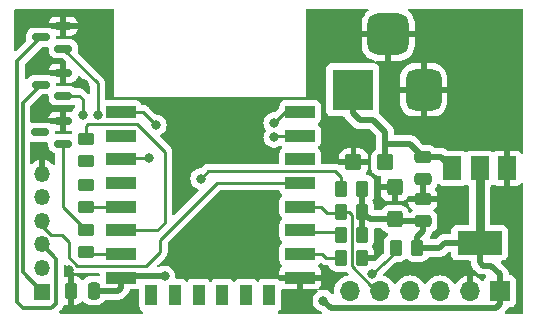
<source format=gbr>
%TF.GenerationSoftware,KiCad,Pcbnew,7.0.6*%
%TF.CreationDate,2024-04-30T22:03:54+02:00*%
%TF.ProjectId,MB-V2,4d422d56-322e-46b6-9963-61645f706362,rev?*%
%TF.SameCoordinates,Original*%
%TF.FileFunction,Copper,L1,Top*%
%TF.FilePolarity,Positive*%
%FSLAX46Y46*%
G04 Gerber Fmt 4.6, Leading zero omitted, Abs format (unit mm)*
G04 Created by KiCad (PCBNEW 7.0.6) date 2024-04-30 22:03:54*
%MOMM*%
%LPD*%
G01*
G04 APERTURE LIST*
G04 Aperture macros list*
%AMRoundRect*
0 Rectangle with rounded corners*
0 $1 Rounding radius*
0 $2 $3 $4 $5 $6 $7 $8 $9 X,Y pos of 4 corners*
0 Add a 4 corners polygon primitive as box body*
4,1,4,$2,$3,$4,$5,$6,$7,$8,$9,$2,$3,0*
0 Add four circle primitives for the rounded corners*
1,1,$1+$1,$2,$3*
1,1,$1+$1,$4,$5*
1,1,$1+$1,$6,$7*
1,1,$1+$1,$8,$9*
0 Add four rect primitives between the rounded corners*
20,1,$1+$1,$2,$3,$4,$5,0*
20,1,$1+$1,$4,$5,$6,$7,0*
20,1,$1+$1,$6,$7,$8,$9,0*
20,1,$1+$1,$8,$9,$2,$3,0*%
G04 Aperture macros list end*
%TA.AperFunction,SMDPad,CuDef*%
%ADD10RoundRect,0.250000X-0.475000X0.250000X-0.475000X-0.250000X0.475000X-0.250000X0.475000X0.250000X0*%
%TD*%
%TA.AperFunction,SMDPad,CuDef*%
%ADD11RoundRect,0.250000X-0.450000X0.262500X-0.450000X-0.262500X0.450000X-0.262500X0.450000X0.262500X0*%
%TD*%
%TA.AperFunction,SMDPad,CuDef*%
%ADD12RoundRect,0.250000X0.425000X-0.450000X0.425000X0.450000X-0.425000X0.450000X-0.425000X-0.450000X0*%
%TD*%
%TA.AperFunction,SMDPad,CuDef*%
%ADD13RoundRect,0.250000X-0.262500X-0.450000X0.262500X-0.450000X0.262500X0.450000X-0.262500X0.450000X0*%
%TD*%
%TA.AperFunction,SMDPad,CuDef*%
%ADD14RoundRect,0.250000X0.450000X0.425000X-0.450000X0.425000X-0.450000X-0.425000X0.450000X-0.425000X0*%
%TD*%
%TA.AperFunction,SMDPad,CuDef*%
%ADD15RoundRect,0.250000X0.475000X-0.250000X0.475000X0.250000X-0.475000X0.250000X-0.475000X-0.250000X0*%
%TD*%
%TA.AperFunction,SMDPad,CuDef*%
%ADD16RoundRect,0.250000X0.450000X-0.262500X0.450000X0.262500X-0.450000X0.262500X-0.450000X-0.262500X0*%
%TD*%
%TA.AperFunction,SMDPad,CuDef*%
%ADD17RoundRect,0.250000X0.262500X0.450000X-0.262500X0.450000X-0.262500X-0.450000X0.262500X-0.450000X0*%
%TD*%
%TA.AperFunction,ComponentPad*%
%ADD18R,3.500000X3.500000*%
%TD*%
%TA.AperFunction,ComponentPad*%
%ADD19RoundRect,0.750000X0.750000X1.000000X-0.750000X1.000000X-0.750000X-1.000000X0.750000X-1.000000X0*%
%TD*%
%TA.AperFunction,ComponentPad*%
%ADD20RoundRect,0.875000X0.875000X0.875000X-0.875000X0.875000X-0.875000X-0.875000X0.875000X-0.875000X0*%
%TD*%
%TA.AperFunction,SMDPad,CuDef*%
%ADD21RoundRect,0.250000X0.250000X0.475000X-0.250000X0.475000X-0.250000X-0.475000X0.250000X-0.475000X0*%
%TD*%
%TA.AperFunction,SMDPad,CuDef*%
%ADD22R,1.500000X2.000000*%
%TD*%
%TA.AperFunction,SMDPad,CuDef*%
%ADD23R,3.800000X2.000000*%
%TD*%
%TA.AperFunction,ComponentPad*%
%ADD24R,1.700000X1.700000*%
%TD*%
%TA.AperFunction,ComponentPad*%
%ADD25O,1.700000X1.700000*%
%TD*%
%TA.AperFunction,SMDPad,CuDef*%
%ADD26RoundRect,0.150000X0.587500X0.150000X-0.587500X0.150000X-0.587500X-0.150000X0.587500X-0.150000X0*%
%TD*%
%TA.AperFunction,SMDPad,CuDef*%
%ADD27R,2.500000X1.000000*%
%TD*%
%TA.AperFunction,SMDPad,CuDef*%
%ADD28R,1.000000X1.800000*%
%TD*%
%TA.AperFunction,ComponentPad*%
%ADD29R,1.350000X1.350000*%
%TD*%
%TA.AperFunction,ComponentPad*%
%ADD30O,1.350000X1.350000*%
%TD*%
%TA.AperFunction,ViaPad*%
%ADD31C,0.800000*%
%TD*%
%TA.AperFunction,ViaPad*%
%ADD32C,0.600000*%
%TD*%
%TA.AperFunction,Conductor*%
%ADD33C,0.500000*%
%TD*%
%TA.AperFunction,Conductor*%
%ADD34C,0.250000*%
%TD*%
%TA.AperFunction,Conductor*%
%ADD35C,0.800000*%
%TD*%
%TA.AperFunction,Conductor*%
%ADD36C,0.300000*%
%TD*%
G04 APERTURE END LIST*
D10*
%TO.P,C2,1*%
%TO.N,/+5V*%
X170650000Y-101980000D03*
%TO.P,C2,2*%
%TO.N,/GND*%
X170650000Y-103880000D03*
%TD*%
D11*
%TO.P,R6,1*%
%TO.N,/RGB-B*%
X142100000Y-100487500D03*
%TO.P,R6,2*%
%TO.N,Net-(Q3-B)*%
X142100000Y-102312500D03*
%TD*%
D12*
%TO.P,C4,1*%
%TO.N,/3V3*%
X168250000Y-107250000D03*
%TO.P,C4,2*%
%TO.N,/GND*%
X168250000Y-104550000D03*
%TD*%
D13*
%TO.P,R3,1*%
%TO.N,/FLS*%
X163685000Y-106630000D03*
%TO.P,R3,2*%
%TO.N,/3V3*%
X165510000Y-106630000D03*
%TD*%
D14*
%TO.P,C1,1*%
%TO.N,/+5V*%
X167467500Y-102440000D03*
%TO.P,C1,2*%
%TO.N,/GND*%
X164767500Y-102440000D03*
%TD*%
D15*
%TO.P,C3,1*%
%TO.N,/3V3*%
X170650000Y-107450000D03*
%TO.P,C3,2*%
%TO.N,/GND*%
X170650000Y-105550000D03*
%TD*%
D16*
%TO.P,R7,1*%
%TO.N,/RGB-G*%
X142100000Y-110012500D03*
%TO.P,R7,2*%
%TO.N,Net-(Q1-B)*%
X142100000Y-108187500D03*
%TD*%
D17*
%TO.P,R2,1*%
%TO.N,/3V3*%
X165530000Y-104680000D03*
%TO.P,R2,2*%
%TO.N,Net-(U1-EN)*%
X163705000Y-104680000D03*
%TD*%
%TO.P,R1,1*%
%TO.N,/3V3*%
X170162500Y-109700000D03*
%TO.P,R1,2*%
%TO.N,/RST*%
X168337500Y-109700000D03*
%TD*%
D13*
%TO.P,R5,1*%
%TO.N,Net-(U1-GPIO15)*%
X163685000Y-110520000D03*
%TO.P,R5,2*%
%TO.N,/GND*%
X165510000Y-110520000D03*
%TD*%
D18*
%TO.P,J3,1,Pin_1*%
%TO.N,/+5V*%
X164710000Y-96307500D03*
D19*
%TO.P,J3,2,Pin_2*%
%TO.N,/GND*%
X170710000Y-96307500D03*
D20*
%TO.P,J3,3,Pin_3*%
X167710000Y-91607500D03*
%TD*%
D21*
%TO.P,C5,1*%
%TO.N,/3V3*%
X142780000Y-113320000D03*
%TO.P,C5,2*%
%TO.N,/GND*%
X140880000Y-113320000D03*
%TD*%
D22*
%TO.P,U2,1,GND*%
%TO.N,/GND*%
X177750000Y-102950000D03*
%TO.P,U2,2,VO*%
%TO.N,/3V3*%
X175450000Y-102950000D03*
D23*
X175450000Y-109250000D03*
D22*
%TO.P,U2,3,VI*%
%TO.N,/+5V*%
X173150000Y-102950000D03*
%TD*%
D24*
%TO.P,J1,1,Pin_1*%
%TO.N,/3V3*%
X177180000Y-113370000D03*
D25*
%TO.P,J1,2,Pin_2*%
%TO.N,/GND*%
X174640000Y-113370000D03*
%TO.P,J1,3,Pin_3*%
%TO.N,/RX*%
X172100000Y-113370000D03*
%TO.P,J1,4,Pin_4*%
%TO.N,/TX*%
X169560000Y-113370000D03*
%TO.P,J1,5,Pin_5*%
%TO.N,/FLS*%
X167020000Y-113370000D03*
%TO.P,J1,6,Pin_6*%
%TO.N,/RST*%
X164480000Y-113370000D03*
%TD*%
D26*
%TO.P,Q3,1,B*%
%TO.N,Net-(Q3-B)*%
X140187500Y-92812500D03*
%TO.P,Q3,2,E*%
%TO.N,/GND*%
X140187500Y-90912500D03*
%TO.P,Q3,3,C*%
%TO.N,/B*%
X138312500Y-91862500D03*
%TD*%
D16*
%TO.P,R8,1*%
%TO.N,/RGB-R*%
X142100000Y-106212500D03*
%TO.P,R8,2*%
%TO.N,Net-(Q2-B)*%
X142100000Y-104387500D03*
%TD*%
D27*
%TO.P,U1,1,~{RST}*%
%TO.N,/RST*%
X145050000Y-98200000D03*
%TO.P,U1,2,ADC*%
%TO.N,unconnected-(U1-ADC-Pad2)*%
X145050000Y-100200000D03*
%TO.P,U1,3,EN*%
%TO.N,Net-(U1-EN)*%
X145050000Y-102200000D03*
%TO.P,U1,4,GPIO16*%
%TO.N,unconnected-(U1-GPIO16-Pad4)*%
X145050000Y-104200000D03*
%TO.P,U1,5,GPIO14*%
%TO.N,/RGB-R*%
X145050000Y-106200000D03*
%TO.P,U1,6,GPIO12*%
%TO.N,/RGB-B*%
X145050000Y-108200000D03*
%TO.P,U1,7,GPIO13*%
%TO.N,/RGB-G*%
X145050000Y-110200000D03*
%TO.P,U1,8,VCC*%
%TO.N,/3V3*%
X145050000Y-112200000D03*
D28*
%TO.P,U1,9,CS0*%
%TO.N,unconnected-(U1-CS0-Pad9)*%
X147650000Y-113700000D03*
%TO.P,U1,10,MISO*%
%TO.N,unconnected-(U1-MISO-Pad10)*%
X149650000Y-113700000D03*
%TO.P,U1,11,GPIO9*%
%TO.N,unconnected-(U1-GPIO9-Pad11)*%
X151650000Y-113700000D03*
%TO.P,U1,12,GPIO10*%
%TO.N,unconnected-(U1-GPIO10-Pad12)*%
X153650000Y-113700000D03*
%TO.P,U1,13,MOSI*%
%TO.N,unconnected-(U1-MOSI-Pad13)*%
X155650000Y-113700000D03*
%TO.P,U1,14,SCLK*%
%TO.N,unconnected-(U1-SCLK-Pad14)*%
X157650000Y-113700000D03*
D27*
%TO.P,U1,15,GND*%
%TO.N,/GND*%
X160250000Y-112200000D03*
%TO.P,U1,16,GPIO15*%
%TO.N,Net-(U1-GPIO15)*%
X160250000Y-110200000D03*
%TO.P,U1,17,GPIO2*%
%TO.N,Net-(U1-GPIO2)*%
X160250000Y-108200000D03*
%TO.P,U1,18,GPIO0*%
%TO.N,/FLS*%
X160250000Y-106200000D03*
%TO.P,U1,19,GPIO4*%
%TO.N,/IR*%
X160250000Y-104200000D03*
%TO.P,U1,20,GPIO5*%
%TO.N,unconnected-(U1-GPIO5-Pad20)*%
X160250000Y-102200000D03*
%TO.P,U1,21,GPIO3/RXD*%
%TO.N,/RX*%
X160250000Y-100200000D03*
%TO.P,U1,22,GPIO1/TXD*%
%TO.N,/TX*%
X160250000Y-98200000D03*
%TD*%
D13*
%TO.P,R4,1*%
%TO.N,Net-(U1-GPIO2)*%
X163685000Y-108580000D03*
%TO.P,R4,2*%
%TO.N,/3V3*%
X165510000Y-108580000D03*
%TD*%
D29*
%TO.P,J4,1,Pin_1*%
%TO.N,/R*%
X138400000Y-113400000D03*
D30*
%TO.P,J4,2,Pin_2*%
%TO.N,/G*%
X138400000Y-111400000D03*
%TO.P,J4,3,Pin_3*%
%TO.N,/B*%
X138400000Y-109400000D03*
%TO.P,J4,4,Pin_4*%
%TO.N,/IR*%
X138400000Y-107400000D03*
%TO.P,J4,5,Pin_5*%
%TO.N,/+5V*%
X138400000Y-105400000D03*
%TO.P,J4,6,Pin_6*%
%TO.N,/GND*%
X138400000Y-103400000D03*
%TD*%
D26*
%TO.P,Q1,1,B*%
%TO.N,Net-(Q1-B)*%
X140137500Y-100850000D03*
%TO.P,Q1,2,E*%
%TO.N,/GND*%
X140137500Y-98950000D03*
%TO.P,Q1,3,C*%
%TO.N,/G*%
X138262500Y-99900000D03*
%TD*%
%TO.P,Q2,1,B*%
%TO.N,Net-(Q2-B)*%
X140187500Y-96812500D03*
%TO.P,Q2,2,E*%
%TO.N,/GND*%
X140187500Y-94912500D03*
%TO.P,Q2,3,C*%
%TO.N,/R*%
X138312500Y-95862500D03*
%TD*%
D31*
%TO.N,/GND*%
X141950000Y-95850000D03*
X168850000Y-99100000D03*
X140700000Y-111600000D03*
X138450000Y-97700000D03*
X167050000Y-108700000D03*
X174050000Y-105700000D03*
X177250000Y-100500000D03*
X142000000Y-91600000D03*
X162600000Y-112050000D03*
%TO.N,/3V3*%
X162210000Y-114150000D03*
X148770000Y-112110000D03*
%TO.N,/RX*%
X158050000Y-100300000D03*
%TO.N,/TX*%
X158050000Y-99100000D03*
%TO.N,/RST*%
X166350000Y-111900000D03*
X148050000Y-99300000D03*
D32*
%TO.N,/G*%
X138200000Y-99900000D03*
D31*
%TO.N,Net-(U1-EN)*%
X147450000Y-102100000D03*
X151860000Y-103830000D03*
%TO.N,Net-(Q2-B)*%
X141850000Y-98400000D03*
X142150000Y-104400000D03*
%TO.N,Net-(Q3-B)*%
X143100000Y-98400000D03*
X142100000Y-102300000D03*
%TD*%
D33*
%TO.N,/+5V*%
X167467500Y-100910000D02*
X169580000Y-100910000D01*
X167467500Y-100910000D02*
X167467500Y-102440000D01*
X165300000Y-98880000D02*
X164710000Y-98290000D01*
X166450000Y-98880000D02*
X167467500Y-99897500D01*
X166450000Y-98880000D02*
X165300000Y-98880000D01*
X164710000Y-98290000D02*
X164710000Y-96307500D01*
X170650000Y-101980000D02*
X172180000Y-101980000D01*
X172180000Y-101980000D02*
X173150000Y-102950000D01*
X169580000Y-100910000D02*
X170650000Y-101980000D01*
X167467500Y-99897500D02*
X167467500Y-100910000D01*
D34*
%TO.N,/GND*%
X140187500Y-90912500D02*
X140275000Y-91000000D01*
X140200000Y-90900000D02*
X140187500Y-90912500D01*
D33*
%TO.N,/3V3*%
X176820000Y-114770000D02*
X177180000Y-114410000D01*
X170162500Y-109700000D02*
X170162500Y-108787500D01*
X172050000Y-109700000D02*
X170162500Y-109700000D01*
X170650000Y-108300000D02*
X170650000Y-107450000D01*
X175720000Y-111190000D02*
X175450000Y-110920000D01*
X170650000Y-107450000D02*
X168450000Y-107450000D01*
X177180000Y-113370000D02*
X177180000Y-111930000D01*
X176440000Y-111190000D02*
X175720000Y-111190000D01*
X175450000Y-109250000D02*
X172500000Y-109250000D01*
X145050000Y-113090000D02*
X144820000Y-113320000D01*
X165510000Y-106630000D02*
X165510000Y-108580000D01*
X168450000Y-107450000D02*
X168250000Y-107250000D01*
X165530000Y-104680000D02*
X165530000Y-106610000D01*
X172500000Y-109250000D02*
X172050000Y-109700000D01*
D34*
X165530000Y-106610000D02*
X165510000Y-106630000D01*
D33*
X166130000Y-107250000D02*
X165510000Y-106630000D01*
X162830000Y-114770000D02*
X176820000Y-114770000D01*
X145050000Y-112200000D02*
X145050000Y-113090000D01*
X168250000Y-107250000D02*
X166130000Y-107250000D01*
X162210000Y-114150000D02*
X162830000Y-114770000D01*
X175450000Y-110920000D02*
X175450000Y-109250000D01*
X170162500Y-108787500D02*
X170650000Y-108300000D01*
X177180000Y-114410000D02*
X177180000Y-113370000D01*
X145140000Y-112110000D02*
X145050000Y-112200000D01*
X148770000Y-112110000D02*
X145140000Y-112110000D01*
X144820000Y-113320000D02*
X142780000Y-113320000D01*
D35*
X175450000Y-102950000D02*
X175450000Y-109250000D01*
D33*
X177180000Y-111930000D02*
X176440000Y-111190000D01*
D34*
%TO.N,/RX*%
X158350000Y-100200000D02*
X158050000Y-100300000D01*
X160250000Y-100200000D02*
X158350000Y-100200000D01*
X158050000Y-100300000D02*
X158250000Y-100300000D01*
%TO.N,/TX*%
X158050000Y-99100000D02*
X158950000Y-98200000D01*
X158950000Y-98200000D02*
X160250000Y-98200000D01*
%TO.N,/FLS*%
X162540000Y-106740000D02*
X162000000Y-106200000D01*
X163685000Y-106630000D02*
X163575000Y-106740000D01*
X164620000Y-106880000D02*
X164370000Y-106630000D01*
X164370000Y-106630000D02*
X163685000Y-106630000D01*
X162000000Y-106200000D02*
X160250000Y-106200000D01*
X163575000Y-106740000D02*
X162540000Y-106740000D01*
X167040000Y-112900000D02*
X166280000Y-112900000D01*
X166280000Y-112900000D02*
X164620000Y-111240000D01*
X164620000Y-111240000D02*
X164620000Y-106880000D01*
%TO.N,/RST*%
X168337500Y-109700000D02*
X168337500Y-110072500D01*
X168337500Y-110072500D02*
X166350000Y-111900000D01*
X146950000Y-98200000D02*
X145050000Y-98200000D01*
X148050000Y-99300000D02*
X146950000Y-98200000D01*
D36*
%TO.N,/R*%
X136750000Y-111750000D02*
X138400000Y-113400000D01*
X138312500Y-95862500D02*
X136750000Y-97425000D01*
X136750000Y-97425000D02*
X136750000Y-111750000D01*
%TO.N,/B*%
X138400000Y-109400000D02*
X139600000Y-110600000D01*
X136300000Y-114300000D02*
X136300000Y-93875000D01*
X139600000Y-114400000D02*
X139200000Y-114800000D01*
X139600000Y-110600000D02*
X139600000Y-114400000D01*
X136300000Y-93875000D02*
X138312500Y-91862500D01*
X136800000Y-114800000D02*
X136300000Y-114300000D01*
X139200000Y-114800000D02*
X136800000Y-114800000D01*
D34*
%TO.N,/IR*%
X153200000Y-104200000D02*
X160250000Y-104200000D01*
X148400000Y-109000000D02*
X153200000Y-104200000D01*
X140100000Y-108600000D02*
X140700000Y-109200000D01*
X140700000Y-110500000D02*
X141400000Y-111200000D01*
X138400000Y-107400000D02*
X138400000Y-107838173D01*
X141400000Y-111200000D02*
X147225305Y-111200000D01*
X148400000Y-110025305D02*
X148400000Y-109000000D01*
X139161827Y-108600000D02*
X140100000Y-108600000D01*
X138400000Y-107838173D02*
X139161827Y-108600000D01*
X147225305Y-111200000D02*
X148400000Y-110025305D01*
X140700000Y-109200000D02*
X140700000Y-110500000D01*
%TO.N,Net-(U1-EN)*%
X163705000Y-103675000D02*
X163230000Y-103200000D01*
X145150000Y-102100000D02*
X145050000Y-102200000D01*
X152490000Y-103200000D02*
X151860000Y-103830000D01*
X147450000Y-102100000D02*
X145150000Y-102100000D01*
X163705000Y-104680000D02*
X163705000Y-103675000D01*
X163230000Y-103200000D02*
X152490000Y-103200000D01*
%TO.N,Net-(U1-GPIO2)*%
X160420000Y-108370000D02*
X160250000Y-108200000D01*
X163420000Y-108370000D02*
X160420000Y-108370000D01*
%TO.N,Net-(U1-GPIO15)*%
X162480000Y-110540000D02*
X162140000Y-110200000D01*
X163685000Y-110540000D02*
X162480000Y-110540000D01*
X162140000Y-110200000D02*
X160250000Y-110200000D01*
%TO.N,Net-(Q1-B)*%
X140137500Y-106225000D02*
X140137500Y-100850000D01*
X142100000Y-108187500D02*
X140137500Y-106225000D01*
%TO.N,Net-(Q2-B)*%
X141550000Y-96800000D02*
X141537500Y-96812500D01*
X141850000Y-98400000D02*
X141850000Y-97100000D01*
X141537500Y-96812500D02*
X140187500Y-96812500D01*
X141850000Y-97100000D02*
X141550000Y-96800000D01*
%TO.N,Net-(Q3-B)*%
X143100000Y-98400000D02*
X143100000Y-95725000D01*
X143100000Y-95725000D02*
X140187500Y-92812500D01*
%TO.N,/RGB-B*%
X145050000Y-108200000D02*
X148150000Y-108200000D01*
X142300000Y-99200000D02*
X142100000Y-99400000D01*
X146450000Y-99200000D02*
X142300000Y-99200000D01*
X142100000Y-99400000D02*
X142100000Y-100487500D01*
X148150000Y-108200000D02*
X148800000Y-107550000D01*
X148800000Y-107550000D02*
X148800000Y-101550000D01*
X148800000Y-101550000D02*
X146450000Y-99200000D01*
%TO.N,/RGB-G*%
X142287500Y-110200000D02*
X142100000Y-110012500D01*
X145050000Y-110200000D02*
X142287500Y-110200000D01*
%TO.N,/RGB-R*%
X145050000Y-106200000D02*
X142112500Y-106200000D01*
X142112500Y-106200000D02*
X142100000Y-106212500D01*
%TD*%
%TA.AperFunction,Conductor*%
%TO.N,/GND*%
G36*
X158493572Y-104845185D02*
G01*
X158539327Y-104897989D01*
X158542715Y-104906166D01*
X158556203Y-104942330D01*
X158556206Y-104942335D01*
X158642452Y-105057544D01*
X158642453Y-105057544D01*
X158642454Y-105057546D01*
X158670814Y-105078776D01*
X158700145Y-105100734D01*
X158742015Y-105156668D01*
X158746999Y-105226360D01*
X158713513Y-105287683D01*
X158700145Y-105299266D01*
X158642452Y-105342455D01*
X158556206Y-105457664D01*
X158556202Y-105457671D01*
X158505908Y-105592517D01*
X158500931Y-105638818D01*
X158499501Y-105652123D01*
X158499500Y-105652135D01*
X158499500Y-106747870D01*
X158499501Y-106747876D01*
X158505908Y-106807483D01*
X158556202Y-106942328D01*
X158556206Y-106942335D01*
X158642452Y-107057544D01*
X158642453Y-107057544D01*
X158642454Y-107057546D01*
X158649689Y-107062962D01*
X158700145Y-107100734D01*
X158742015Y-107156668D01*
X158746999Y-107226360D01*
X158713513Y-107287683D01*
X158700145Y-107299266D01*
X158642452Y-107342455D01*
X158556206Y-107457664D01*
X158556202Y-107457671D01*
X158505908Y-107592517D01*
X158499501Y-107652116D01*
X158499500Y-107652135D01*
X158499500Y-108747870D01*
X158499501Y-108747876D01*
X158505908Y-108807483D01*
X158556202Y-108942328D01*
X158556206Y-108942335D01*
X158642452Y-109057544D01*
X158642453Y-109057544D01*
X158642454Y-109057546D01*
X158656404Y-109067989D01*
X158700145Y-109100734D01*
X158742015Y-109156668D01*
X158746999Y-109226360D01*
X158713513Y-109287683D01*
X158700145Y-109299266D01*
X158642452Y-109342455D01*
X158556206Y-109457664D01*
X158556202Y-109457671D01*
X158505908Y-109592517D01*
X158500931Y-109638818D01*
X158499501Y-109652123D01*
X158499500Y-109652135D01*
X158499500Y-110747870D01*
X158499501Y-110747876D01*
X158505908Y-110807483D01*
X158556202Y-110942328D01*
X158556206Y-110942335D01*
X158642452Y-111057544D01*
X158642453Y-111057544D01*
X158642454Y-111057546D01*
X158662819Y-111072791D01*
X158700562Y-111101046D01*
X158742432Y-111156980D01*
X158747416Y-111226672D01*
X158713930Y-111287994D01*
X158700562Y-111299578D01*
X158642809Y-111342812D01*
X158556649Y-111457906D01*
X158556645Y-111457913D01*
X158506403Y-111592620D01*
X158506401Y-111592627D01*
X158500000Y-111652155D01*
X158500000Y-111950000D01*
X162000000Y-111950000D01*
X162000000Y-111652172D01*
X161999999Y-111652155D01*
X161993598Y-111592627D01*
X161993596Y-111592620D01*
X161943354Y-111457913D01*
X161943350Y-111457906D01*
X161857190Y-111342812D01*
X161857187Y-111342809D01*
X161799438Y-111299578D01*
X161757567Y-111243645D01*
X161752583Y-111173953D01*
X161786069Y-111112630D01*
X161799432Y-111101049D01*
X161857546Y-111057546D01*
X161881131Y-111026039D01*
X161937064Y-110984168D01*
X162006756Y-110979184D01*
X162061342Y-111008990D01*
X162062356Y-111007840D01*
X162062445Y-111007727D01*
X162062452Y-111007732D01*
X162062614Y-111007549D01*
X162065527Y-111010117D01*
X162065530Y-111010120D01*
X162071004Y-111014366D01*
X162075442Y-111018156D01*
X162109418Y-111050062D01*
X162109422Y-111050064D01*
X162126973Y-111059713D01*
X162143231Y-111070392D01*
X162159064Y-111082674D01*
X162181015Y-111092172D01*
X162201837Y-111101183D01*
X162207081Y-111103752D01*
X162247908Y-111126197D01*
X162267312Y-111131179D01*
X162285710Y-111137478D01*
X162304105Y-111145438D01*
X162350129Y-111152726D01*
X162355832Y-111153907D01*
X162400981Y-111165500D01*
X162421016Y-111165500D01*
X162440413Y-111167026D01*
X162460196Y-111170160D01*
X162506583Y-111165775D01*
X162512422Y-111165500D01*
X162607110Y-111165500D01*
X162674149Y-111185185D01*
X162719904Y-111237989D01*
X162724815Y-111250493D01*
X162737686Y-111289334D01*
X162829788Y-111438656D01*
X162953844Y-111562712D01*
X163103166Y-111654814D01*
X163269703Y-111709999D01*
X163372491Y-111720500D01*
X163997508Y-111720499D01*
X163997516Y-111720498D01*
X163997519Y-111720498D01*
X164021396Y-111718058D01*
X164100297Y-111709999D01*
X164106646Y-111707894D01*
X164176473Y-111705493D01*
X164233330Y-111737920D01*
X164319325Y-111823915D01*
X164352810Y-111885238D01*
X164347826Y-111954930D01*
X164305954Y-112010863D01*
X164249636Y-112032383D01*
X164249921Y-112033998D01*
X164244586Y-112034938D01*
X164016344Y-112096094D01*
X164016335Y-112096098D01*
X163802171Y-112195964D01*
X163802169Y-112195965D01*
X163608597Y-112331505D01*
X163441505Y-112498597D01*
X163305965Y-112692169D01*
X163305964Y-112692171D01*
X163206098Y-112906335D01*
X163206094Y-112906344D01*
X163144938Y-113134586D01*
X163144936Y-113134596D01*
X163124341Y-113369999D01*
X163124341Y-113370002D01*
X163135619Y-113498915D01*
X163121852Y-113567415D01*
X163073237Y-113617598D01*
X163005208Y-113633531D01*
X162939365Y-113610155D01*
X162919945Y-113592697D01*
X162815871Y-113477112D01*
X162767391Y-113441889D01*
X162662734Y-113365851D01*
X162662729Y-113365848D01*
X162489807Y-113288857D01*
X162489802Y-113288855D01*
X162328108Y-113254487D01*
X162304646Y-113249500D01*
X162115354Y-113249500D01*
X161998877Y-113274257D01*
X161947292Y-113285222D01*
X161877625Y-113279905D01*
X161821892Y-113237767D01*
X161797787Y-113172187D01*
X161812964Y-113103986D01*
X161847206Y-113064661D01*
X161857190Y-113057187D01*
X161943350Y-112942093D01*
X161943354Y-112942086D01*
X161993596Y-112807379D01*
X161993598Y-112807372D01*
X161999999Y-112747844D01*
X162000000Y-112747827D01*
X162000000Y-112450000D01*
X160500000Y-112450000D01*
X160500000Y-113200000D01*
X161547828Y-113200000D01*
X161547842Y-113199999D01*
X161599237Y-113194473D01*
X161667997Y-113206877D01*
X161719135Y-113254487D01*
X161736415Y-113322186D01*
X161714351Y-113388481D01*
X161685380Y-113418080D01*
X161604127Y-113477113D01*
X161477466Y-113617785D01*
X161382821Y-113781715D01*
X161382818Y-113781722D01*
X161327156Y-113953034D01*
X161324326Y-113961744D01*
X161312392Y-114075289D01*
X161304593Y-114149500D01*
X161304540Y-114150000D01*
X161324326Y-114338256D01*
X161324327Y-114338259D01*
X161382818Y-114518277D01*
X161382821Y-114518284D01*
X161477467Y-114682216D01*
X161553630Y-114766803D01*
X161604129Y-114822888D01*
X161757265Y-114934148D01*
X161757270Y-114934151D01*
X161930191Y-115011142D01*
X161930197Y-115011144D01*
X161991668Y-115024210D01*
X162053150Y-115057402D01*
X162086926Y-115118565D01*
X162082274Y-115188280D01*
X162040669Y-115244412D01*
X161975322Y-115269141D01*
X161965887Y-115269500D01*
X158463386Y-115269500D01*
X158396347Y-115249815D01*
X158350592Y-115197011D01*
X158340648Y-115127853D01*
X158369673Y-115064297D01*
X158389075Y-115046233D01*
X158392329Y-115043796D01*
X158392331Y-115043796D01*
X158507546Y-114957546D01*
X158593796Y-114842331D01*
X158644091Y-114707483D01*
X158650500Y-114647873D01*
X158650499Y-113281883D01*
X158670184Y-113214845D01*
X158722987Y-113169090D01*
X158792146Y-113159146D01*
X158817833Y-113165702D01*
X158892623Y-113193597D01*
X158892627Y-113193598D01*
X158952155Y-113199999D01*
X158952172Y-113200000D01*
X160000000Y-113200000D01*
X160000000Y-112450000D01*
X158558897Y-112450000D01*
X158491858Y-112430315D01*
X158484596Y-112425273D01*
X158392331Y-112356204D01*
X158392328Y-112356202D01*
X158257482Y-112305908D01*
X158257483Y-112305908D01*
X158197883Y-112299501D01*
X158197881Y-112299500D01*
X158197873Y-112299500D01*
X158197864Y-112299500D01*
X157102129Y-112299500D01*
X157102123Y-112299501D01*
X157042516Y-112305908D01*
X156907671Y-112356202D01*
X156907664Y-112356206D01*
X156792455Y-112442452D01*
X156749266Y-112500145D01*
X156693332Y-112542015D01*
X156623640Y-112546999D01*
X156562317Y-112513513D01*
X156550734Y-112500145D01*
X156513195Y-112450000D01*
X156507546Y-112442454D01*
X156507544Y-112442453D01*
X156507544Y-112442452D01*
X156392335Y-112356206D01*
X156392328Y-112356202D01*
X156257482Y-112305908D01*
X156257483Y-112305908D01*
X156197883Y-112299501D01*
X156197881Y-112299500D01*
X156197873Y-112299500D01*
X156197864Y-112299500D01*
X155102129Y-112299500D01*
X155102123Y-112299501D01*
X155042516Y-112305908D01*
X154907671Y-112356202D01*
X154907664Y-112356206D01*
X154792455Y-112442452D01*
X154749266Y-112500145D01*
X154693332Y-112542015D01*
X154623640Y-112546999D01*
X154562317Y-112513513D01*
X154550734Y-112500145D01*
X154513195Y-112450000D01*
X154507546Y-112442454D01*
X154507544Y-112442453D01*
X154507544Y-112442452D01*
X154392335Y-112356206D01*
X154392328Y-112356202D01*
X154257482Y-112305908D01*
X154257483Y-112305908D01*
X154197883Y-112299501D01*
X154197881Y-112299500D01*
X154197873Y-112299500D01*
X154197864Y-112299500D01*
X153102129Y-112299500D01*
X153102123Y-112299501D01*
X153042516Y-112305908D01*
X152907671Y-112356202D01*
X152907664Y-112356206D01*
X152792455Y-112442452D01*
X152749266Y-112500145D01*
X152693332Y-112542015D01*
X152623640Y-112546999D01*
X152562317Y-112513513D01*
X152550734Y-112500145D01*
X152513195Y-112450000D01*
X152507546Y-112442454D01*
X152507544Y-112442453D01*
X152507544Y-112442452D01*
X152392335Y-112356206D01*
X152392328Y-112356202D01*
X152257482Y-112305908D01*
X152257483Y-112305908D01*
X152197883Y-112299501D01*
X152197881Y-112299500D01*
X152197873Y-112299500D01*
X152197864Y-112299500D01*
X151102129Y-112299500D01*
X151102123Y-112299501D01*
X151042516Y-112305908D01*
X150907671Y-112356202D01*
X150907664Y-112356206D01*
X150792455Y-112442452D01*
X150749266Y-112500145D01*
X150693332Y-112542015D01*
X150623640Y-112546999D01*
X150562317Y-112513513D01*
X150550734Y-112500145D01*
X150513195Y-112450000D01*
X150507546Y-112442454D01*
X150507544Y-112442453D01*
X150507544Y-112442452D01*
X150392335Y-112356206D01*
X150392328Y-112356202D01*
X150257482Y-112305908D01*
X150257483Y-112305908D01*
X150197883Y-112299501D01*
X150197881Y-112299500D01*
X150197873Y-112299500D01*
X150197865Y-112299500D01*
X149793259Y-112299500D01*
X149726220Y-112279815D01*
X149680465Y-112227011D01*
X149669938Y-112162539D01*
X149670137Y-112160643D01*
X149675460Y-112110000D01*
X149655674Y-111921744D01*
X149597179Y-111741716D01*
X149502533Y-111577784D01*
X149375871Y-111437112D01*
X149375870Y-111437111D01*
X149222734Y-111325851D01*
X149222729Y-111325848D01*
X149049807Y-111248857D01*
X149049802Y-111248855D01*
X148904001Y-111217865D01*
X148864646Y-111209500D01*
X148675354Y-111209500D01*
X148625375Y-111220123D01*
X148490199Y-111248855D01*
X148327819Y-111321152D01*
X148258569Y-111330436D01*
X148195292Y-111300808D01*
X148158079Y-111241673D01*
X148158744Y-111171806D01*
X148189699Y-111120195D01*
X148783786Y-110526107D01*
X148796048Y-110516285D01*
X148795865Y-110516064D01*
X148801867Y-110511097D01*
X148801877Y-110511091D01*
X148849241Y-110460653D01*
X148870120Y-110439775D01*
X148874373Y-110434291D01*
X148878150Y-110429868D01*
X148910062Y-110395887D01*
X148919714Y-110378328D01*
X148930389Y-110362077D01*
X148942674Y-110346241D01*
X148961186Y-110303457D01*
X148963742Y-110298240D01*
X148986197Y-110257397D01*
X148991180Y-110237985D01*
X148997477Y-110219596D01*
X149005438Y-110201200D01*
X149012729Y-110155158D01*
X149013908Y-110149467D01*
X149025500Y-110104324D01*
X149025500Y-110084288D01*
X149027027Y-110064887D01*
X149030160Y-110045109D01*
X149025775Y-109998720D01*
X149025500Y-109992882D01*
X149025500Y-109310452D01*
X149045185Y-109243413D01*
X149061819Y-109222771D01*
X153422772Y-104861819D01*
X153484095Y-104828334D01*
X153510453Y-104825500D01*
X158426533Y-104825500D01*
X158493572Y-104845185D01*
G37*
%TD.AperFunction*%
%TA.AperFunction,Conductor*%
G36*
X179072539Y-89440185D02*
G01*
X179118294Y-89492989D01*
X179129500Y-89544500D01*
X179129500Y-101584014D01*
X179109815Y-101651053D01*
X179057011Y-101696808D01*
X178987853Y-101706752D01*
X178924297Y-101677727D01*
X178906234Y-101658326D01*
X178857187Y-101592809D01*
X178742093Y-101506649D01*
X178742086Y-101506645D01*
X178607379Y-101456403D01*
X178607372Y-101456401D01*
X178547844Y-101450000D01*
X178000000Y-101450000D01*
X178000000Y-104450000D01*
X178547828Y-104450000D01*
X178547844Y-104449999D01*
X178607372Y-104443598D01*
X178607379Y-104443596D01*
X178742086Y-104393354D01*
X178742093Y-104393350D01*
X178857186Y-104307190D01*
X178906233Y-104241674D01*
X178962167Y-104199803D01*
X179031859Y-104194819D01*
X179093182Y-104228304D01*
X179126666Y-104289628D01*
X179129500Y-104315985D01*
X179129500Y-115145500D01*
X179109815Y-115212539D01*
X179057011Y-115258294D01*
X179005500Y-115269500D01*
X177681229Y-115269500D01*
X177614190Y-115249815D01*
X177568435Y-115197011D01*
X177558491Y-115127853D01*
X177587516Y-115064297D01*
X177593529Y-115057837D01*
X177665648Y-114985718D01*
X177679271Y-114973947D01*
X177698530Y-114959610D01*
X177732101Y-114919601D01*
X177735761Y-114915606D01*
X177741590Y-114909778D01*
X177761941Y-114884039D01*
X177787986Y-114853000D01*
X177811302Y-114825214D01*
X177811306Y-114825205D01*
X177815274Y-114819175D01*
X177815325Y-114819208D01*
X177819372Y-114812856D01*
X177819320Y-114812824D01*
X177823113Y-114806674D01*
X177829913Y-114792093D01*
X177876086Y-114739654D01*
X177942294Y-114720499D01*
X178077871Y-114720499D01*
X178077872Y-114720499D01*
X178137483Y-114714091D01*
X178272331Y-114663796D01*
X178387546Y-114577546D01*
X178473796Y-114462331D01*
X178524091Y-114327483D01*
X178530500Y-114267873D01*
X178530499Y-112472128D01*
X178524091Y-112412517D01*
X178523002Y-112409598D01*
X178473797Y-112277671D01*
X178473793Y-112277664D01*
X178387547Y-112162455D01*
X178387544Y-112162452D01*
X178272335Y-112076206D01*
X178272328Y-112076202D01*
X178137482Y-112025908D01*
X178137483Y-112025908D01*
X178077883Y-112019501D01*
X178077881Y-112019500D01*
X178077873Y-112019500D01*
X178077865Y-112019500D01*
X178054822Y-112019500D01*
X177987783Y-111999815D01*
X177942028Y-111947011D01*
X177931294Y-111906315D01*
X177930968Y-111902586D01*
X177930735Y-111899926D01*
X177930500Y-111894530D01*
X177930500Y-111886297D01*
X177930500Y-111886291D01*
X177926693Y-111853724D01*
X177924358Y-111827027D01*
X177919999Y-111777201D01*
X177918539Y-111770129D01*
X177918597Y-111770116D01*
X177916965Y-111762757D01*
X177916906Y-111762772D01*
X177915241Y-111755751D01*
X177915241Y-111755745D01*
X177898591Y-111709998D01*
X177888974Y-111683575D01*
X177864813Y-111610663D01*
X177861764Y-111604124D01*
X177861817Y-111604099D01*
X177858531Y-111597311D01*
X177858479Y-111597338D01*
X177855236Y-111590882D01*
X177850570Y-111583788D01*
X177813034Y-111526716D01*
X177772712Y-111461344D01*
X177772710Y-111461342D01*
X177768234Y-111455681D01*
X177768280Y-111455643D01*
X177763519Y-111449799D01*
X177763474Y-111449838D01*
X177758834Y-111444308D01*
X177752844Y-111438657D01*
X177748531Y-111434587D01*
X177702982Y-111391613D01*
X177273548Y-110962180D01*
X177240063Y-110900857D01*
X177245047Y-110831166D01*
X177286918Y-110775232D01*
X177352383Y-110750815D01*
X177361229Y-110750499D01*
X177397871Y-110750499D01*
X177397872Y-110750499D01*
X177457483Y-110744091D01*
X177592331Y-110693796D01*
X177707546Y-110607546D01*
X177793796Y-110492331D01*
X177844091Y-110357483D01*
X177850500Y-110297873D01*
X177850499Y-108202128D01*
X177845299Y-108153757D01*
X177844091Y-108142516D01*
X177793797Y-108007671D01*
X177793793Y-108007664D01*
X177707547Y-107892455D01*
X177707544Y-107892452D01*
X177592335Y-107806206D01*
X177592328Y-107806202D01*
X177457482Y-107755908D01*
X177457483Y-107755908D01*
X177397883Y-107749501D01*
X177397881Y-107749500D01*
X177397873Y-107749500D01*
X177397865Y-107749500D01*
X176474500Y-107749500D01*
X176407461Y-107729815D01*
X176361706Y-107677011D01*
X176350500Y-107625500D01*
X176350500Y-104514141D01*
X176370185Y-104447102D01*
X176422989Y-104401347D01*
X176431149Y-104397966D01*
X176442331Y-104393796D01*
X176526105Y-104331082D01*
X176591569Y-104306665D01*
X176659842Y-104321516D01*
X176674727Y-104331082D01*
X176757910Y-104393352D01*
X176757913Y-104393354D01*
X176892620Y-104443596D01*
X176892627Y-104443598D01*
X176952155Y-104449999D01*
X176952172Y-104450000D01*
X177500000Y-104450000D01*
X177500000Y-101450000D01*
X176952155Y-101450000D01*
X176892627Y-101456401D01*
X176892620Y-101456403D01*
X176757913Y-101506645D01*
X176757910Y-101506647D01*
X176674727Y-101568918D01*
X176609262Y-101593335D01*
X176540989Y-101578483D01*
X176526106Y-101568918D01*
X176442331Y-101506204D01*
X176442328Y-101506202D01*
X176307482Y-101455908D01*
X176307483Y-101455908D01*
X176247883Y-101449501D01*
X176247881Y-101449500D01*
X176247873Y-101449500D01*
X176247864Y-101449500D01*
X174652129Y-101449500D01*
X174652123Y-101449501D01*
X174592516Y-101455908D01*
X174457671Y-101506202D01*
X174457669Y-101506203D01*
X174374311Y-101568606D01*
X174308847Y-101593023D01*
X174240574Y-101578172D01*
X174225689Y-101568606D01*
X174142330Y-101506203D01*
X174142328Y-101506202D01*
X174007482Y-101455908D01*
X174007483Y-101455908D01*
X173947883Y-101449501D01*
X173947881Y-101449500D01*
X173947873Y-101449500D01*
X173947865Y-101449500D01*
X172761900Y-101449500D01*
X172694861Y-101429815D01*
X172682671Y-101420565D01*
X172682607Y-101420647D01*
X172658853Y-101401865D01*
X172654040Y-101398059D01*
X172595214Y-101348698D01*
X172595213Y-101348697D01*
X172595209Y-101348694D01*
X172589180Y-101344729D01*
X172589212Y-101344680D01*
X172582853Y-101340628D01*
X172582822Y-101340679D01*
X172576680Y-101336891D01*
X172576678Y-101336890D01*
X172576677Y-101336889D01*
X172531562Y-101315851D01*
X172507058Y-101304424D01*
X172472894Y-101287267D01*
X172438433Y-101269960D01*
X172438431Y-101269959D01*
X172438430Y-101269959D01*
X172431645Y-101267489D01*
X172431665Y-101267433D01*
X172424549Y-101264959D01*
X172424531Y-101265015D01*
X172417671Y-101262742D01*
X172386005Y-101256204D01*
X172342434Y-101247207D01*
X172293472Y-101235603D01*
X172267719Y-101229499D01*
X172260547Y-101228661D01*
X172260553Y-101228601D01*
X172253055Y-101227835D01*
X172253050Y-101227895D01*
X172245860Y-101227265D01*
X172169083Y-101229500D01*
X171737230Y-101229500D01*
X171670191Y-101209815D01*
X171649549Y-101193181D01*
X171593657Y-101137289D01*
X171593656Y-101137288D01*
X171444334Y-101045186D01*
X171277797Y-100990001D01*
X171277795Y-100990000D01*
X171175016Y-100979500D01*
X171175009Y-100979500D01*
X170762229Y-100979500D01*
X170695190Y-100959815D01*
X170674548Y-100943181D01*
X170428965Y-100697598D01*
X170155729Y-100424361D01*
X170143949Y-100410730D01*
X170136482Y-100400701D01*
X170129612Y-100391472D01*
X170129610Y-100391470D01*
X170089587Y-100357886D01*
X170085612Y-100354244D01*
X170082690Y-100351322D01*
X170079780Y-100348411D01*
X170054040Y-100328059D01*
X169995209Y-100278694D01*
X169989180Y-100274729D01*
X169989212Y-100274680D01*
X169982853Y-100270628D01*
X169982822Y-100270679D01*
X169976680Y-100266891D01*
X169976678Y-100266890D01*
X169976677Y-100266889D01*
X169937474Y-100248608D01*
X169907058Y-100234424D01*
X169872894Y-100217267D01*
X169838433Y-100199960D01*
X169838431Y-100199959D01*
X169838430Y-100199959D01*
X169831645Y-100197489D01*
X169831665Y-100197433D01*
X169824549Y-100194959D01*
X169824531Y-100195015D01*
X169817671Y-100192742D01*
X169789841Y-100186996D01*
X169742434Y-100177207D01*
X169691839Y-100165216D01*
X169667719Y-100159499D01*
X169660547Y-100158661D01*
X169660553Y-100158601D01*
X169653055Y-100157835D01*
X169653050Y-100157895D01*
X169645860Y-100157265D01*
X169569083Y-100159500D01*
X168341999Y-100159500D01*
X168274960Y-100139815D01*
X168229205Y-100087011D01*
X168217999Y-100035500D01*
X168217999Y-99961204D01*
X168219309Y-99943229D01*
X168220996Y-99931715D01*
X168222789Y-99919477D01*
X168218235Y-99867433D01*
X168218000Y-99862032D01*
X168218000Y-99853797D01*
X168218000Y-99853796D01*
X168218000Y-99853791D01*
X168214191Y-99821207D01*
X168207498Y-99744702D01*
X168207496Y-99744697D01*
X168206038Y-99737633D01*
X168206097Y-99737620D01*
X168204467Y-99730264D01*
X168204408Y-99730279D01*
X168202742Y-99723253D01*
X168202741Y-99723245D01*
X168176473Y-99651073D01*
X168172580Y-99639325D01*
X168152315Y-99578166D01*
X168149263Y-99571621D01*
X168149317Y-99571595D01*
X168146033Y-99564812D01*
X168145980Y-99564840D01*
X168142738Y-99558386D01*
X168142737Y-99558383D01*
X168100538Y-99494223D01*
X168060212Y-99428844D01*
X168060211Y-99428843D01*
X168060210Y-99428841D01*
X168055734Y-99423181D01*
X168055780Y-99423143D01*
X168051019Y-99417299D01*
X168050974Y-99417338D01*
X168046334Y-99411808D01*
X167990482Y-99359113D01*
X167025729Y-98394361D01*
X167013949Y-98380730D01*
X166999610Y-98361470D01*
X166999607Y-98361468D01*
X166999607Y-98361467D01*
X166976198Y-98341824D01*
X166937496Y-98283652D01*
X166936389Y-98213791D01*
X166939724Y-98203502D01*
X166954090Y-98164985D01*
X166954091Y-98164983D01*
X166960500Y-98105373D01*
X166960499Y-96057500D01*
X168710000Y-96057500D01*
X170210000Y-96057500D01*
X170210000Y-96557500D01*
X168710001Y-96557500D01*
X168710001Y-97371692D01*
X168720400Y-97503832D01*
X168775377Y-97722019D01*
X168868428Y-97926874D01*
X168868431Y-97926880D01*
X168996559Y-98111823D01*
X168996569Y-98111835D01*
X169155664Y-98270930D01*
X169155676Y-98270940D01*
X169340619Y-98399068D01*
X169340625Y-98399071D01*
X169545480Y-98492122D01*
X169763667Y-98547099D01*
X169895807Y-98557500D01*
X170459999Y-98557499D01*
X170460000Y-98557498D01*
X170460000Y-97741186D01*
X170500156Y-97766993D01*
X170638111Y-97807500D01*
X170781889Y-97807500D01*
X170919844Y-97766993D01*
X170960000Y-97741186D01*
X170960000Y-98557499D01*
X171524192Y-98557499D01*
X171656332Y-98547099D01*
X171874519Y-98492122D01*
X172079374Y-98399071D01*
X172079380Y-98399068D01*
X172264323Y-98270940D01*
X172264335Y-98270930D01*
X172423430Y-98111835D01*
X172423440Y-98111823D01*
X172551568Y-97926880D01*
X172551571Y-97926874D01*
X172644622Y-97722019D01*
X172699599Y-97503832D01*
X172710000Y-97371694D01*
X172710000Y-96557500D01*
X171210000Y-96557500D01*
X171210000Y-96057500D01*
X172709999Y-96057500D01*
X172709999Y-95243308D01*
X172699599Y-95111167D01*
X172644622Y-94892980D01*
X172551571Y-94688125D01*
X172551568Y-94688119D01*
X172423440Y-94503176D01*
X172423430Y-94503164D01*
X172264335Y-94344069D01*
X172264323Y-94344059D01*
X172079380Y-94215931D01*
X172079374Y-94215928D01*
X171874519Y-94122877D01*
X171656332Y-94067900D01*
X171524194Y-94057500D01*
X170960000Y-94057500D01*
X170960000Y-94873813D01*
X170919844Y-94848007D01*
X170781889Y-94807500D01*
X170638111Y-94807500D01*
X170500156Y-94848007D01*
X170460000Y-94873813D01*
X170460000Y-94057500D01*
X170459999Y-94057500D01*
X169895808Y-94057501D01*
X169763667Y-94067900D01*
X169545480Y-94122877D01*
X169340625Y-94215928D01*
X169340619Y-94215931D01*
X169155676Y-94344059D01*
X169155664Y-94344069D01*
X168996569Y-94503164D01*
X168996559Y-94503176D01*
X168868431Y-94688119D01*
X168868428Y-94688125D01*
X168775377Y-94892980D01*
X168720400Y-95111167D01*
X168710000Y-95243306D01*
X168710000Y-96057500D01*
X166960499Y-96057500D01*
X166960499Y-94509628D01*
X166954091Y-94450017D01*
X166914571Y-94344059D01*
X166903797Y-94315171D01*
X166903793Y-94315164D01*
X166817547Y-94199955D01*
X166817544Y-94199952D01*
X166702335Y-94113706D01*
X166702328Y-94113702D01*
X166653492Y-94095488D01*
X166597558Y-94053617D01*
X166573141Y-93988153D01*
X166587992Y-93919880D01*
X166637397Y-93870474D01*
X166703404Y-93855481D01*
X166741408Y-93857499D01*
X167459999Y-93857499D01*
X167460000Y-93857498D01*
X167460000Y-92107500D01*
X167960000Y-92107500D01*
X167960000Y-93857499D01*
X168678591Y-93857499D01*
X168731190Y-93854705D01*
X168960987Y-93810262D01*
X169179975Y-93727620D01*
X169381841Y-93609160D01*
X169381848Y-93609155D01*
X169560786Y-93458288D01*
X169560788Y-93458286D01*
X169711655Y-93279348D01*
X169711660Y-93279341D01*
X169830120Y-93077475D01*
X169912762Y-92858487D01*
X169957205Y-92628691D01*
X169957205Y-92628690D01*
X169960000Y-92576091D01*
X169960000Y-91857500D01*
X169143686Y-91857500D01*
X169169493Y-91817344D01*
X169210000Y-91679389D01*
X169210000Y-91535611D01*
X169169493Y-91397656D01*
X169143686Y-91357500D01*
X169959999Y-91357500D01*
X169959999Y-90638909D01*
X169957205Y-90586309D01*
X169912762Y-90356512D01*
X169830120Y-90137524D01*
X169711660Y-89935658D01*
X169711655Y-89935651D01*
X169560788Y-89756713D01*
X169560786Y-89756711D01*
X169421530Y-89639301D01*
X169382965Y-89581039D01*
X169382021Y-89511176D01*
X169418998Y-89451893D01*
X169482155Y-89422012D01*
X169501459Y-89420500D01*
X179005500Y-89420500D01*
X179072539Y-89440185D01*
G37*
%TD.AperFunction*%
%TA.AperFunction,Conductor*%
G36*
X140455703Y-111140739D02*
G01*
X140462176Y-111146767D01*
X140704064Y-111388655D01*
X140899197Y-111583788D01*
X140909022Y-111596051D01*
X140909243Y-111595869D01*
X140914214Y-111601878D01*
X140923573Y-111610666D01*
X140964635Y-111649226D01*
X140985529Y-111670120D01*
X140991011Y-111674373D01*
X140995443Y-111678157D01*
X141029418Y-111710062D01*
X141046976Y-111719714D01*
X141063235Y-111730395D01*
X141079064Y-111742673D01*
X141121838Y-111761182D01*
X141127056Y-111763738D01*
X141167908Y-111786197D01*
X141187316Y-111791180D01*
X141205717Y-111797480D01*
X141224104Y-111805437D01*
X141267488Y-111812308D01*
X141270119Y-111812725D01*
X141275839Y-111813909D01*
X141320981Y-111825500D01*
X141341016Y-111825500D01*
X141360415Y-111827027D01*
X141380196Y-111830160D01*
X141421450Y-111826260D01*
X141426582Y-111825775D01*
X141432420Y-111825500D01*
X143175500Y-111825500D01*
X143242539Y-111845185D01*
X143288294Y-111897989D01*
X143299500Y-111949500D01*
X143299500Y-111979609D01*
X143279815Y-112046648D01*
X143227011Y-112092403D01*
X143162899Y-112102967D01*
X143080012Y-112094500D01*
X142479998Y-112094500D01*
X142479980Y-112094501D01*
X142377203Y-112105000D01*
X142377200Y-112105001D01*
X142210668Y-112160185D01*
X142210663Y-112160187D01*
X142061342Y-112252289D01*
X141937288Y-112376343D01*
X141937283Y-112376349D01*
X141935241Y-112379661D01*
X141933247Y-112381453D01*
X141932807Y-112382011D01*
X141932711Y-112381935D01*
X141883291Y-112426383D01*
X141814328Y-112437602D01*
X141750247Y-112409755D01*
X141724168Y-112379656D01*
X141722319Y-112376659D01*
X141722316Y-112376655D01*
X141598345Y-112252684D01*
X141449124Y-112160643D01*
X141449119Y-112160641D01*
X141282697Y-112105494D01*
X141282690Y-112105493D01*
X141179986Y-112095000D01*
X141130000Y-112095000D01*
X141130000Y-114544999D01*
X141179972Y-114544999D01*
X141179986Y-114544998D01*
X141282697Y-114534505D01*
X141449119Y-114479358D01*
X141449124Y-114479356D01*
X141598345Y-114387315D01*
X141722318Y-114263342D01*
X141724165Y-114260348D01*
X141725969Y-114258724D01*
X141726798Y-114257677D01*
X141726976Y-114257818D01*
X141776110Y-114213621D01*
X141845073Y-114202396D01*
X141909156Y-114230236D01*
X141935243Y-114260341D01*
X141937288Y-114263656D01*
X142061344Y-114387712D01*
X142210666Y-114479814D01*
X142377203Y-114534999D01*
X142479991Y-114545500D01*
X143080008Y-114545499D01*
X143080016Y-114545498D01*
X143080019Y-114545498D01*
X143136302Y-114539748D01*
X143182797Y-114534999D01*
X143349334Y-114479814D01*
X143498656Y-114387712D01*
X143622712Y-114263656D01*
X143705519Y-114129402D01*
X143757467Y-114082679D01*
X143811058Y-114070500D01*
X144756295Y-114070500D01*
X144774265Y-114071809D01*
X144798023Y-114075289D01*
X144850068Y-114070735D01*
X144855470Y-114070500D01*
X144863704Y-114070500D01*
X144863709Y-114070500D01*
X144875327Y-114069141D01*
X144896276Y-114066693D01*
X144909028Y-114065577D01*
X144972797Y-114059999D01*
X144972805Y-114059996D01*
X144979866Y-114058539D01*
X144979878Y-114058598D01*
X144987243Y-114056965D01*
X144987229Y-114056906D01*
X144994246Y-114055241D01*
X144994255Y-114055241D01*
X145066423Y-114028974D01*
X145139334Y-114004814D01*
X145139343Y-114004807D01*
X145145882Y-114001760D01*
X145145908Y-114001816D01*
X145152690Y-113998532D01*
X145152663Y-113998478D01*
X145159106Y-113995240D01*
X145159117Y-113995237D01*
X145223283Y-113953034D01*
X145288656Y-113912712D01*
X145288662Y-113912705D01*
X145294325Y-113908229D01*
X145294362Y-113908277D01*
X145300199Y-113903522D01*
X145300160Y-113903475D01*
X145305685Y-113898836D01*
X145305696Y-113898830D01*
X145358389Y-113842978D01*
X145535647Y-113665718D01*
X145549260Y-113653954D01*
X145568530Y-113639610D01*
X145568532Y-113639607D01*
X145568534Y-113639606D01*
X145597228Y-113605408D01*
X145602111Y-113599587D01*
X145605767Y-113595599D01*
X145608673Y-113592694D01*
X145611590Y-113589777D01*
X145621758Y-113576916D01*
X145631928Y-113564054D01*
X145645809Y-113547511D01*
X145681302Y-113505214D01*
X145681304Y-113505209D01*
X145685272Y-113499179D01*
X145685323Y-113499212D01*
X145689372Y-113492856D01*
X145689320Y-113492824D01*
X145693112Y-113486675D01*
X145725575Y-113417058D01*
X145751293Y-113365849D01*
X145760040Y-113348433D01*
X145760042Y-113348421D01*
X145762509Y-113341646D01*
X145762567Y-113341667D01*
X145765043Y-113334546D01*
X145764986Y-113334527D01*
X145767255Y-113327678D01*
X145767255Y-113327676D01*
X145767257Y-113327673D01*
X145773088Y-113299426D01*
X145805923Y-113237752D01*
X145866888Y-113203619D01*
X145894528Y-113200499D01*
X146347871Y-113200499D01*
X146347872Y-113200499D01*
X146407483Y-113194091D01*
X146482169Y-113166234D01*
X146551857Y-113161251D01*
X146613181Y-113194735D01*
X146646666Y-113256058D01*
X146649500Y-113282417D01*
X146649500Y-114647870D01*
X146649501Y-114647876D01*
X146655908Y-114707483D01*
X146706202Y-114842328D01*
X146706206Y-114842335D01*
X146792452Y-114957544D01*
X146792453Y-114957544D01*
X146792454Y-114957546D01*
X146814363Y-114973947D01*
X146901577Y-115039236D01*
X146943447Y-115095170D01*
X146948431Y-115164861D01*
X146914945Y-115226184D01*
X146853622Y-115259669D01*
X146827121Y-115262502D01*
X139964622Y-115254540D01*
X139897606Y-115234778D01*
X139851912Y-115181921D01*
X139842049Y-115112751D01*
X139871147Y-115049229D01*
X139877071Y-115042873D01*
X139999513Y-114920431D01*
X140012079Y-114910365D01*
X140011925Y-114910178D01*
X140017937Y-114905204D01*
X140017937Y-114905203D01*
X140017940Y-114905202D01*
X140067190Y-114852755D01*
X140088911Y-114831035D01*
X140093401Y-114825245D01*
X140097183Y-114820815D01*
X140130448Y-114785393D01*
X140140674Y-114766790D01*
X140151353Y-114750533D01*
X140164362Y-114733764D01*
X140183656Y-114689175D01*
X140186212Y-114683956D01*
X140209627Y-114641368D01*
X140214905Y-114620806D01*
X140221207Y-114602399D01*
X140229635Y-114582927D01*
X140229635Y-114582926D01*
X140232735Y-114575764D01*
X140235137Y-114576803D01*
X140265899Y-114528618D01*
X140329367Y-114499401D01*
X140386389Y-114504379D01*
X140477302Y-114534505D01*
X140477309Y-114534506D01*
X140580019Y-114544999D01*
X140629999Y-114544998D01*
X140630000Y-114544998D01*
X140630000Y-112095000D01*
X140629999Y-112094999D01*
X140580029Y-112095000D01*
X140580011Y-112095001D01*
X140477302Y-112105494D01*
X140413504Y-112126635D01*
X140343676Y-112129037D01*
X140283634Y-112093305D01*
X140252441Y-112030785D01*
X140250500Y-112008929D01*
X140250500Y-111234452D01*
X140270185Y-111167413D01*
X140322989Y-111121658D01*
X140392147Y-111111714D01*
X140455703Y-111140739D01*
G37*
%TD.AperFunction*%
%TA.AperFunction,Conductor*%
G36*
X172992540Y-110020185D02*
G01*
X173038295Y-110072989D01*
X173049501Y-110124500D01*
X173049501Y-110297876D01*
X173055908Y-110357483D01*
X173106202Y-110492328D01*
X173106206Y-110492335D01*
X173192452Y-110607544D01*
X173192455Y-110607547D01*
X173307664Y-110693793D01*
X173307671Y-110693797D01*
X173442517Y-110744091D01*
X173442516Y-110744091D01*
X173449444Y-110744835D01*
X173502127Y-110750500D01*
X174572833Y-110750499D01*
X174639872Y-110770183D01*
X174685627Y-110822987D01*
X174695571Y-110892146D01*
X174695525Y-110892460D01*
X174694710Y-110898022D01*
X174694710Y-110898023D01*
X174699264Y-110950064D01*
X174699500Y-110955470D01*
X174699500Y-110963709D01*
X174703306Y-110996274D01*
X174710000Y-111072791D01*
X174711461Y-111079867D01*
X174711403Y-111079878D01*
X174713034Y-111087237D01*
X174713092Y-111087224D01*
X174714757Y-111094250D01*
X174741025Y-111166424D01*
X174765185Y-111239331D01*
X174768236Y-111245874D01*
X174768182Y-111245898D01*
X174771470Y-111252688D01*
X174771521Y-111252663D01*
X174774761Y-111259113D01*
X174774762Y-111259114D01*
X174774763Y-111259117D01*
X174794636Y-111289333D01*
X174816965Y-111323283D01*
X174857287Y-111388655D01*
X174861766Y-111394319D01*
X174861719Y-111394356D01*
X174866478Y-111400198D01*
X174866524Y-111400160D01*
X174871169Y-111405695D01*
X174927021Y-111458390D01*
X174995348Y-111526716D01*
X175144274Y-111675641D01*
X175156050Y-111689268D01*
X175170390Y-111708530D01*
X175210415Y-111742116D01*
X175214403Y-111745771D01*
X175220218Y-111751586D01*
X175220227Y-111751594D01*
X175245947Y-111771931D01*
X175304788Y-111821304D01*
X175310818Y-111825270D01*
X175310785Y-111825319D01*
X175317143Y-111829369D01*
X175317175Y-111829319D01*
X175323320Y-111833109D01*
X175323323Y-111833111D01*
X175392936Y-111865572D01*
X175461567Y-111900040D01*
X175461572Y-111900041D01*
X175468361Y-111902513D01*
X175468340Y-111902570D01*
X175475455Y-111905043D01*
X175475475Y-111904986D01*
X175482330Y-111907258D01*
X175552492Y-111921744D01*
X175557558Y-111922790D01*
X175632279Y-111940500D01*
X175632289Y-111940500D01*
X175639452Y-111941338D01*
X175639444Y-111941397D01*
X175646945Y-111942164D01*
X175646951Y-111942105D01*
X175654140Y-111942734D01*
X175654144Y-111942733D01*
X175654145Y-111942734D01*
X175730918Y-111940500D01*
X175896390Y-111940500D01*
X175963429Y-111960185D01*
X176009184Y-112012989D01*
X176019128Y-112082147D01*
X175990103Y-112145703D01*
X175977081Y-112157826D01*
X175972452Y-112162455D01*
X175886206Y-112277664D01*
X175886202Y-112277671D01*
X175836997Y-112409598D01*
X175795126Y-112465532D01*
X175729661Y-112489949D01*
X175661388Y-112475097D01*
X175633134Y-112453946D01*
X175511082Y-112331894D01*
X175317578Y-112196399D01*
X175103492Y-112096570D01*
X175103486Y-112096567D01*
X174890000Y-112039364D01*
X174890000Y-112934498D01*
X174782315Y-112885320D01*
X174675763Y-112870000D01*
X174604237Y-112870000D01*
X174497685Y-112885320D01*
X174390000Y-112934498D01*
X174390000Y-112039364D01*
X174389999Y-112039364D01*
X174176513Y-112096567D01*
X174176507Y-112096570D01*
X173962422Y-112196399D01*
X173962420Y-112196400D01*
X173768926Y-112331886D01*
X173768920Y-112331891D01*
X173601891Y-112498920D01*
X173601890Y-112498922D01*
X173471880Y-112684595D01*
X173417303Y-112728219D01*
X173347804Y-112735412D01*
X173285450Y-112703890D01*
X173268730Y-112684594D01*
X173138494Y-112498597D01*
X172971402Y-112331506D01*
X172971395Y-112331501D01*
X172777834Y-112195967D01*
X172777830Y-112195965D01*
X172706148Y-112162539D01*
X172563663Y-112096097D01*
X172563659Y-112096096D01*
X172563655Y-112096094D01*
X172335413Y-112034938D01*
X172335403Y-112034936D01*
X172100001Y-112014341D01*
X172099999Y-112014341D01*
X171864596Y-112034936D01*
X171864586Y-112034938D01*
X171636344Y-112096094D01*
X171636335Y-112096098D01*
X171422171Y-112195964D01*
X171422169Y-112195965D01*
X171228597Y-112331505D01*
X171061505Y-112498597D01*
X170931575Y-112684158D01*
X170876998Y-112727783D01*
X170807500Y-112734977D01*
X170745145Y-112703454D01*
X170728425Y-112684158D01*
X170598494Y-112498597D01*
X170431402Y-112331506D01*
X170431395Y-112331501D01*
X170237834Y-112195967D01*
X170237830Y-112195965D01*
X170166148Y-112162539D01*
X170023663Y-112096097D01*
X170023659Y-112096096D01*
X170023655Y-112096094D01*
X169795413Y-112034938D01*
X169795403Y-112034936D01*
X169560001Y-112014341D01*
X169559999Y-112014341D01*
X169324596Y-112034936D01*
X169324586Y-112034938D01*
X169096344Y-112096094D01*
X169096335Y-112096098D01*
X168882171Y-112195964D01*
X168882169Y-112195965D01*
X168688597Y-112331505D01*
X168521505Y-112498597D01*
X168391575Y-112684158D01*
X168336998Y-112727783D01*
X168267500Y-112734977D01*
X168205145Y-112703454D01*
X168188425Y-112684158D01*
X168058494Y-112498597D01*
X167891402Y-112331506D01*
X167891395Y-112331501D01*
X167697834Y-112195967D01*
X167697830Y-112195965D01*
X167626148Y-112162539D01*
X167483663Y-112096097D01*
X167483659Y-112096096D01*
X167483655Y-112096094D01*
X167374142Y-112066751D01*
X167314481Y-112030386D01*
X167283952Y-111967539D01*
X167292247Y-111898164D01*
X167322302Y-111855700D01*
X168325547Y-110933220D01*
X168388219Y-110902335D01*
X168409477Y-110900499D01*
X168650002Y-110900499D01*
X168650008Y-110900499D01*
X168752797Y-110889999D01*
X168919334Y-110834814D01*
X169068656Y-110742712D01*
X169162319Y-110649048D01*
X169223642Y-110615564D01*
X169293334Y-110620548D01*
X169337681Y-110649048D01*
X169431344Y-110742712D01*
X169580666Y-110834814D01*
X169747203Y-110889999D01*
X169849991Y-110900500D01*
X170475008Y-110900499D01*
X170475016Y-110900498D01*
X170475019Y-110900498D01*
X170556779Y-110892146D01*
X170577797Y-110889999D01*
X170744334Y-110834814D01*
X170893656Y-110742712D01*
X171017712Y-110618656D01*
X171085099Y-110509402D01*
X171137047Y-110462679D01*
X171190638Y-110450500D01*
X171986295Y-110450500D01*
X172004265Y-110451809D01*
X172028023Y-110455289D01*
X172080068Y-110450735D01*
X172085470Y-110450500D01*
X172093704Y-110450500D01*
X172093709Y-110450500D01*
X172105327Y-110449141D01*
X172126276Y-110446693D01*
X172139028Y-110445577D01*
X172202797Y-110439999D01*
X172202805Y-110439996D01*
X172209866Y-110438539D01*
X172209878Y-110438598D01*
X172217243Y-110436965D01*
X172217229Y-110436906D01*
X172224246Y-110435241D01*
X172224255Y-110435241D01*
X172296423Y-110408974D01*
X172369334Y-110384814D01*
X172369343Y-110384807D01*
X172375882Y-110381760D01*
X172375908Y-110381816D01*
X172382690Y-110378532D01*
X172382663Y-110378478D01*
X172389106Y-110375240D01*
X172389117Y-110375237D01*
X172453283Y-110333034D01*
X172518656Y-110292712D01*
X172518662Y-110292705D01*
X172524325Y-110288229D01*
X172524362Y-110288277D01*
X172530204Y-110283518D01*
X172530164Y-110283471D01*
X172535686Y-110278836D01*
X172535696Y-110278830D01*
X172557400Y-110255824D01*
X172588388Y-110222980D01*
X172774548Y-110036819D01*
X172835871Y-110003334D01*
X172862229Y-110000500D01*
X172925501Y-110000500D01*
X172992540Y-110020185D01*
G37*
%TD.AperFunction*%
%TA.AperFunction,Conductor*%
G36*
X167126401Y-108020185D02*
G01*
X167164899Y-108059401D01*
X167232288Y-108168656D01*
X167356344Y-108292712D01*
X167505666Y-108384814D01*
X167606105Y-108418096D01*
X167663550Y-108457869D01*
X167690373Y-108522385D01*
X167678058Y-108591160D01*
X167632199Y-108641340D01*
X167606344Y-108657287D01*
X167482289Y-108781342D01*
X167390187Y-108930663D01*
X167390185Y-108930668D01*
X167386319Y-108942335D01*
X167335001Y-109097203D01*
X167335001Y-109097204D01*
X167335000Y-109097204D01*
X167324500Y-109199983D01*
X167324500Y-110099784D01*
X167304815Y-110166823D01*
X167284430Y-110191062D01*
X166673408Y-110752894D01*
X166610736Y-110783780D01*
X166541314Y-110775880D01*
X166532573Y-110770000D01*
X165384000Y-110770000D01*
X165316961Y-110750315D01*
X165271206Y-110697511D01*
X165260000Y-110646000D01*
X165260000Y-110394000D01*
X165279685Y-110326961D01*
X165332489Y-110281206D01*
X165384000Y-110270000D01*
X166522499Y-110270000D01*
X166522499Y-110020028D01*
X166522498Y-110020013D01*
X166512005Y-109917302D01*
X166456858Y-109750880D01*
X166456853Y-109750869D01*
X166373401Y-109615573D01*
X166354960Y-109548181D01*
X166373398Y-109485382D01*
X166457314Y-109349334D01*
X166512499Y-109182797D01*
X166523000Y-109080009D01*
X166522999Y-108124499D01*
X166542683Y-108057461D01*
X166595487Y-108011706D01*
X166646999Y-108000500D01*
X167059362Y-108000500D01*
X167126401Y-108020185D01*
G37*
%TD.AperFunction*%
%TA.AperFunction,Conductor*%
G36*
X144473039Y-89440185D02*
G01*
X144518794Y-89492989D01*
X144530000Y-89544500D01*
X144530000Y-89580000D01*
X144530000Y-96900000D01*
X160770000Y-96900000D01*
X160770000Y-89544500D01*
X160789685Y-89477461D01*
X160842489Y-89431706D01*
X160894000Y-89420500D01*
X165918541Y-89420500D01*
X165985580Y-89440185D01*
X166031335Y-89492989D01*
X166041279Y-89562147D01*
X166012254Y-89625703D01*
X165998470Y-89639301D01*
X165859213Y-89756711D01*
X165859211Y-89756713D01*
X165708344Y-89935651D01*
X165708339Y-89935658D01*
X165589879Y-90137524D01*
X165507237Y-90356512D01*
X165462794Y-90586308D01*
X165462794Y-90586309D01*
X165460000Y-90638909D01*
X165460000Y-91357500D01*
X166276314Y-91357500D01*
X166250507Y-91397656D01*
X166210000Y-91535611D01*
X166210000Y-91679389D01*
X166250507Y-91817344D01*
X166276314Y-91857500D01*
X165460001Y-91857500D01*
X165460001Y-92576091D01*
X165462794Y-92628690D01*
X165507237Y-92858487D01*
X165589879Y-93077475D01*
X165708339Y-93279341D01*
X165708344Y-93279348D01*
X165859211Y-93458286D01*
X165859213Y-93458288D01*
X166038151Y-93609155D01*
X166038158Y-93609160D01*
X166240024Y-93727620D01*
X166459012Y-93810262D01*
X166464150Y-93811256D01*
X166526232Y-93843312D01*
X166561127Y-93903844D01*
X166557758Y-93973632D01*
X166517193Y-94030520D01*
X166452311Y-94056446D01*
X166440604Y-94057000D01*
X162912129Y-94057000D01*
X162912123Y-94057001D01*
X162852516Y-94063408D01*
X162717671Y-94113702D01*
X162717664Y-94113706D01*
X162602455Y-94199952D01*
X162602452Y-94199955D01*
X162516206Y-94315164D01*
X162516202Y-94315171D01*
X162465908Y-94450017D01*
X162459501Y-94509616D01*
X162459501Y-94509623D01*
X162459500Y-94509635D01*
X162459500Y-98105370D01*
X162459501Y-98105376D01*
X162465908Y-98164983D01*
X162516202Y-98299828D01*
X162516206Y-98299835D01*
X162602452Y-98415044D01*
X162602455Y-98415047D01*
X162717664Y-98501293D01*
X162717671Y-98501297D01*
X162852517Y-98551591D01*
X162852516Y-98551591D01*
X162859444Y-98552335D01*
X162912127Y-98558000D01*
X163922561Y-98557999D01*
X163989600Y-98577683D01*
X164030573Y-98623231D01*
X164030796Y-98623085D01*
X164031758Y-98624547D01*
X164033364Y-98626333D01*
X164034760Y-98629113D01*
X164076965Y-98693283D01*
X164117287Y-98758655D01*
X164121766Y-98764319D01*
X164121719Y-98764356D01*
X164126482Y-98770202D01*
X164126528Y-98770164D01*
X164131173Y-98775700D01*
X164187017Y-98828385D01*
X164724270Y-99365638D01*
X164736051Y-99379270D01*
X164750388Y-99398528D01*
X164790409Y-99432111D01*
X164794397Y-99435766D01*
X164800216Y-99441585D01*
X164800220Y-99441588D01*
X164800223Y-99441591D01*
X164825959Y-99461940D01*
X164884786Y-99511302D01*
X164884787Y-99511302D01*
X164884789Y-99511304D01*
X164890818Y-99515270D01*
X164890785Y-99515319D01*
X164897147Y-99519372D01*
X164897179Y-99519321D01*
X164903319Y-99523108D01*
X164903323Y-99523111D01*
X164938132Y-99539343D01*
X164972941Y-99555575D01*
X165017922Y-99578165D01*
X165041567Y-99590040D01*
X165041569Y-99590040D01*
X165048357Y-99592511D01*
X165048336Y-99592567D01*
X165055457Y-99595043D01*
X165055476Y-99594986D01*
X165062322Y-99597254D01*
X165062327Y-99597257D01*
X165062332Y-99597258D01*
X165062335Y-99597259D01*
X165137564Y-99612792D01*
X165137565Y-99612792D01*
X165212279Y-99630500D01*
X165212282Y-99630500D01*
X165212286Y-99630501D01*
X165219453Y-99631339D01*
X165219446Y-99631398D01*
X165226944Y-99632164D01*
X165226950Y-99632105D01*
X165234139Y-99632734D01*
X165234143Y-99632733D01*
X165234144Y-99632734D01*
X165310917Y-99630500D01*
X166087770Y-99630500D01*
X166154809Y-99650185D01*
X166175451Y-99666819D01*
X166680681Y-100172048D01*
X166714166Y-100233371D01*
X166717000Y-100259729D01*
X166717000Y-100886358D01*
X166716895Y-100889963D01*
X166713169Y-100953934D01*
X166713169Y-100953935D01*
X166715116Y-100964977D01*
X166717000Y-100986509D01*
X166717000Y-101249362D01*
X166697315Y-101316401D01*
X166658098Y-101354899D01*
X166589788Y-101397033D01*
X166548842Y-101422289D01*
X166424789Y-101546342D01*
X166332687Y-101695663D01*
X166332685Y-101695668D01*
X166321088Y-101730666D01*
X166277501Y-101862203D01*
X166277501Y-101862204D01*
X166277500Y-101862204D01*
X166267000Y-101964983D01*
X166267000Y-102915001D01*
X166267001Y-102915019D01*
X166277500Y-103017796D01*
X166277501Y-103017799D01*
X166332685Y-103184331D01*
X166332687Y-103184336D01*
X166358608Y-103226360D01*
X166424788Y-103333656D01*
X166548844Y-103457712D01*
X166698166Y-103549814D01*
X166864703Y-103604999D01*
X166967491Y-103615500D01*
X167023724Y-103615499D01*
X167090761Y-103635182D01*
X167136517Y-103687986D01*
X167146461Y-103757144D01*
X167141429Y-103778503D01*
X167085494Y-103947302D01*
X167085493Y-103947309D01*
X167075000Y-104050013D01*
X167075000Y-104300000D01*
X168376000Y-104300000D01*
X168443039Y-104319685D01*
X168488794Y-104372489D01*
X168500000Y-104424000D01*
X168500000Y-105749999D01*
X168724972Y-105749999D01*
X168724986Y-105749998D01*
X168827697Y-105739505D01*
X168994119Y-105684358D01*
X168994124Y-105684356D01*
X169143345Y-105592315D01*
X169267315Y-105468345D01*
X169334820Y-105358903D01*
X169386768Y-105312179D01*
X169440359Y-105300000D01*
X170400000Y-105300000D01*
X170400000Y-103754000D01*
X170419685Y-103686961D01*
X170472489Y-103641206D01*
X170524000Y-103630000D01*
X170776000Y-103630000D01*
X170843039Y-103649685D01*
X170888794Y-103702489D01*
X170900000Y-103754000D01*
X170900000Y-105300000D01*
X171874999Y-105300000D01*
X171874999Y-105250028D01*
X171874998Y-105250013D01*
X171864505Y-105147302D01*
X171809358Y-104980880D01*
X171809356Y-104980875D01*
X171717315Y-104831654D01*
X171688342Y-104802681D01*
X171654857Y-104741358D01*
X171659841Y-104671666D01*
X171688342Y-104627319D01*
X171717315Y-104598345D01*
X171809356Y-104449124D01*
X171809358Y-104449119D01*
X171839376Y-104358532D01*
X171879148Y-104301087D01*
X171943664Y-104274264D01*
X172012440Y-104286579D01*
X172034942Y-104302783D01*
X172035355Y-104302232D01*
X172157664Y-104393793D01*
X172157671Y-104393797D01*
X172292517Y-104444091D01*
X172292516Y-104444091D01*
X172299444Y-104444835D01*
X172352127Y-104450500D01*
X173947872Y-104450499D01*
X174007483Y-104444091D01*
X174142331Y-104393796D01*
X174225689Y-104331393D01*
X174291153Y-104306977D01*
X174359426Y-104321828D01*
X174374311Y-104331394D01*
X174457667Y-104393795D01*
X174457668Y-104393795D01*
X174457669Y-104393796D01*
X174468830Y-104397958D01*
X174524764Y-104439826D01*
X174549184Y-104505289D01*
X174549500Y-104514141D01*
X174549500Y-107625500D01*
X174529815Y-107692539D01*
X174477011Y-107738294D01*
X174425500Y-107749500D01*
X173502129Y-107749500D01*
X173502123Y-107749501D01*
X173442516Y-107755908D01*
X173307671Y-107806202D01*
X173307664Y-107806206D01*
X173192455Y-107892452D01*
X173192452Y-107892455D01*
X173106206Y-108007664D01*
X173106202Y-108007671D01*
X173055908Y-108142517D01*
X173049930Y-108198123D01*
X173049501Y-108202123D01*
X173049500Y-108202135D01*
X173049500Y-108375500D01*
X173029815Y-108442539D01*
X172977011Y-108488294D01*
X172925500Y-108499500D01*
X172563705Y-108499500D01*
X172545735Y-108498191D01*
X172521972Y-108494710D01*
X172476890Y-108498655D01*
X172469933Y-108499264D01*
X172464532Y-108499500D01*
X172456287Y-108499500D01*
X172430222Y-108502546D01*
X172423705Y-108503308D01*
X172418403Y-108503771D01*
X172347201Y-108510001D01*
X172340134Y-108511461D01*
X172340122Y-108511404D01*
X172332753Y-108513038D01*
X172332767Y-108513095D01*
X172325739Y-108514760D01*
X172286432Y-108529067D01*
X172253563Y-108541030D01*
X172180666Y-108565186D01*
X172180664Y-108565186D01*
X172180661Y-108565188D01*
X172174122Y-108568237D01*
X172174097Y-108568185D01*
X172167308Y-108571471D01*
X172167334Y-108571522D01*
X172160884Y-108574761D01*
X172096716Y-108616964D01*
X172031347Y-108657285D01*
X172025677Y-108661769D01*
X172025641Y-108661723D01*
X172019798Y-108666484D01*
X172019835Y-108666528D01*
X172014310Y-108671164D01*
X172014304Y-108671169D01*
X172014304Y-108671170D01*
X171961614Y-108727017D01*
X171862816Y-108825816D01*
X171775451Y-108913181D01*
X171714128Y-108946666D01*
X171687770Y-108949500D01*
X171350631Y-108949500D01*
X171283592Y-108929815D01*
X171237837Y-108877011D01*
X171227893Y-108807853D01*
X171255643Y-108745792D01*
X171281302Y-108715214D01*
X171281302Y-108715212D01*
X171281305Y-108715210D01*
X171285272Y-108709179D01*
X171285323Y-108709212D01*
X171289372Y-108702856D01*
X171289320Y-108702824D01*
X171293112Y-108696675D01*
X171325575Y-108627058D01*
X171343604Y-108591160D01*
X171360040Y-108558433D01*
X171360042Y-108558421D01*
X171362509Y-108551646D01*
X171362567Y-108551667D01*
X171365043Y-108544546D01*
X171364986Y-108544527D01*
X171367256Y-108537677D01*
X171370413Y-108522385D01*
X171381375Y-108469288D01*
X171414208Y-108407616D01*
X171439068Y-108390033D01*
X171438187Y-108388605D01*
X171444332Y-108384814D01*
X171444334Y-108384814D01*
X171593656Y-108292712D01*
X171717712Y-108168656D01*
X171809814Y-108019334D01*
X171864999Y-107852797D01*
X171875500Y-107750009D01*
X171875499Y-107149992D01*
X171874056Y-107135869D01*
X171864999Y-107047203D01*
X171864998Y-107047200D01*
X171846556Y-106991545D01*
X171809814Y-106880666D01*
X171717712Y-106731344D01*
X171593656Y-106607288D01*
X171590342Y-106605243D01*
X171588546Y-106603248D01*
X171587989Y-106602807D01*
X171588064Y-106602711D01*
X171543618Y-106553297D01*
X171532397Y-106484334D01*
X171560240Y-106420252D01*
X171590348Y-106394165D01*
X171593342Y-106392318D01*
X171717315Y-106268345D01*
X171809356Y-106119124D01*
X171809358Y-106119119D01*
X171864505Y-105952697D01*
X171864506Y-105952690D01*
X171874999Y-105849986D01*
X171875000Y-105849973D01*
X171875000Y-105800000D01*
X169425001Y-105800000D01*
X169425001Y-105849986D01*
X169435494Y-105952697D01*
X169490641Y-106119119D01*
X169490643Y-106119124D01*
X169582684Y-106268345D01*
X169706655Y-106392316D01*
X169706659Y-106392319D01*
X169709656Y-106394168D01*
X169711279Y-106395972D01*
X169712323Y-106396798D01*
X169712181Y-106396976D01*
X169756381Y-106446116D01*
X169767602Y-106515079D01*
X169739759Y-106579161D01*
X169709661Y-106605241D01*
X169706349Y-106607283D01*
X169706343Y-106607288D01*
X169650451Y-106663181D01*
X169589128Y-106696666D01*
X169562770Y-106699500D01*
X169521870Y-106699500D01*
X169454831Y-106679815D01*
X169409076Y-106627011D01*
X169404164Y-106614505D01*
X169392452Y-106579161D01*
X169359814Y-106480666D01*
X169267712Y-106331344D01*
X169143656Y-106207288D01*
X169018348Y-106129998D01*
X168994336Y-106115187D01*
X168994331Y-106115185D01*
X168992862Y-106114698D01*
X168827797Y-106060001D01*
X168827795Y-106060000D01*
X168725010Y-106049500D01*
X167774998Y-106049500D01*
X167774980Y-106049501D01*
X167672203Y-106060000D01*
X167672200Y-106060001D01*
X167505668Y-106115185D01*
X167505663Y-106115187D01*
X167356342Y-106207289D01*
X167232289Y-106331342D01*
X167232287Y-106331344D01*
X167232288Y-106331344D01*
X167170249Y-106431927D01*
X167164901Y-106440597D01*
X167112953Y-106487321D01*
X167059362Y-106499500D01*
X166646999Y-106499500D01*
X166579960Y-106479815D01*
X166534205Y-106427011D01*
X166522999Y-106375500D01*
X166522999Y-106129998D01*
X166522998Y-106129981D01*
X166512499Y-106027203D01*
X166512498Y-106027200D01*
X166487810Y-105952697D01*
X166457314Y-105860666D01*
X166380509Y-105736145D01*
X166362070Y-105668754D01*
X166382024Y-105605176D01*
X166381420Y-105604803D01*
X166382889Y-105602420D01*
X166382993Y-105602091D01*
X166383644Y-105601196D01*
X166385208Y-105598659D01*
X166385212Y-105598656D01*
X166477314Y-105449334D01*
X166532499Y-105282797D01*
X166543000Y-105180009D01*
X166543000Y-104800000D01*
X167075001Y-104800000D01*
X167075001Y-105049986D01*
X167085494Y-105152697D01*
X167140641Y-105319119D01*
X167140643Y-105319124D01*
X167232684Y-105468345D01*
X167356654Y-105592315D01*
X167505875Y-105684356D01*
X167505880Y-105684358D01*
X167672302Y-105739505D01*
X167672309Y-105739506D01*
X167775019Y-105749999D01*
X167999999Y-105749999D01*
X168000000Y-105749998D01*
X168000000Y-104800000D01*
X167075001Y-104800000D01*
X166543000Y-104800000D01*
X166542999Y-104179992D01*
X166540946Y-104159899D01*
X166532499Y-104077203D01*
X166532498Y-104077200D01*
X166512966Y-104018256D01*
X166477314Y-103910666D01*
X166385212Y-103761344D01*
X166261156Y-103637288D01*
X166168388Y-103580069D01*
X166111836Y-103545187D01*
X166111831Y-103545185D01*
X166110362Y-103544698D01*
X165945297Y-103490001D01*
X165945294Y-103490000D01*
X165923725Y-103487797D01*
X165859033Y-103461400D01*
X165818882Y-103404219D01*
X165816019Y-103334408D01*
X165830789Y-103299342D01*
X165901856Y-103184124D01*
X165901858Y-103184119D01*
X165957005Y-103017697D01*
X165957006Y-103017690D01*
X165967499Y-102914986D01*
X165967500Y-102914973D01*
X165967500Y-102690000D01*
X163635512Y-102690000D01*
X163568473Y-102670315D01*
X163559510Y-102663978D01*
X163550933Y-102657325D01*
X163508168Y-102638818D01*
X163502922Y-102636248D01*
X163462093Y-102613803D01*
X163462092Y-102613802D01*
X163442693Y-102608822D01*
X163424281Y-102602518D01*
X163405898Y-102594562D01*
X163405892Y-102594560D01*
X163359874Y-102587272D01*
X163354152Y-102586087D01*
X163309021Y-102574500D01*
X163309019Y-102574500D01*
X163288984Y-102574500D01*
X163269586Y-102572973D01*
X163262162Y-102571797D01*
X163249805Y-102569840D01*
X163249804Y-102569840D01*
X163203416Y-102574225D01*
X163197578Y-102574500D01*
X162124500Y-102574500D01*
X162057461Y-102554815D01*
X162011706Y-102502011D01*
X162000500Y-102450500D01*
X162000500Y-102190000D01*
X163567500Y-102190000D01*
X164517500Y-102190000D01*
X164517500Y-101265000D01*
X165017500Y-101265000D01*
X165017500Y-102190000D01*
X165967499Y-102190000D01*
X165967499Y-101965028D01*
X165967498Y-101965013D01*
X165957005Y-101862302D01*
X165901858Y-101695880D01*
X165901856Y-101695875D01*
X165809815Y-101546654D01*
X165685845Y-101422684D01*
X165536624Y-101330643D01*
X165536619Y-101330641D01*
X165370197Y-101275494D01*
X165370190Y-101275493D01*
X165267486Y-101265000D01*
X165017500Y-101265000D01*
X164517500Y-101265000D01*
X164267529Y-101265000D01*
X164267512Y-101265001D01*
X164164802Y-101275494D01*
X163998380Y-101330641D01*
X163998375Y-101330643D01*
X163849154Y-101422684D01*
X163725184Y-101546654D01*
X163633143Y-101695875D01*
X163633141Y-101695880D01*
X163577994Y-101862302D01*
X163577993Y-101862309D01*
X163567500Y-101965013D01*
X163567500Y-102190000D01*
X162000500Y-102190000D01*
X162000499Y-101652129D01*
X162000498Y-101652123D01*
X162000497Y-101652116D01*
X161994091Y-101592517D01*
X161985289Y-101568918D01*
X161943797Y-101457671D01*
X161943793Y-101457664D01*
X161868185Y-101356666D01*
X161857546Y-101342454D01*
X161799854Y-101299265D01*
X161757984Y-101243333D01*
X161753000Y-101173641D01*
X161786485Y-101112318D01*
X161799854Y-101100734D01*
X161857546Y-101057546D01*
X161943796Y-100942331D01*
X161994091Y-100807483D01*
X162000500Y-100747873D01*
X162000499Y-99652128D01*
X161994356Y-99594986D01*
X161994091Y-99592516D01*
X161943797Y-99457671D01*
X161943793Y-99457664D01*
X161879684Y-99372027D01*
X161857546Y-99342454D01*
X161799854Y-99299265D01*
X161757984Y-99243333D01*
X161753000Y-99173641D01*
X161786485Y-99112318D01*
X161799850Y-99100736D01*
X161857546Y-99057546D01*
X161943796Y-98942331D01*
X161994091Y-98807483D01*
X162000500Y-98747873D01*
X162000499Y-97652128D01*
X161994091Y-97592517D01*
X161989646Y-97580600D01*
X161943797Y-97457671D01*
X161943793Y-97457664D01*
X161857547Y-97342455D01*
X161857544Y-97342452D01*
X161742335Y-97256206D01*
X161742328Y-97256202D01*
X161607482Y-97205908D01*
X161607483Y-97205908D01*
X161547883Y-97199501D01*
X161547881Y-97199500D01*
X161547873Y-97199500D01*
X161547864Y-97199500D01*
X158952129Y-97199500D01*
X158952123Y-97199501D01*
X158892516Y-97205908D01*
X158757671Y-97256202D01*
X158757664Y-97256206D01*
X158642455Y-97342452D01*
X158642452Y-97342455D01*
X158556206Y-97457664D01*
X158556202Y-97457671D01*
X158505908Y-97592517D01*
X158500931Y-97638818D01*
X158499501Y-97652123D01*
X158499500Y-97652135D01*
X158499500Y-97714546D01*
X158479815Y-97781585D01*
X158463181Y-97802227D01*
X158102228Y-98163181D01*
X158040905Y-98196666D01*
X158014547Y-98199500D01*
X157955354Y-98199500D01*
X157936526Y-98203502D01*
X157770197Y-98238855D01*
X157770192Y-98238857D01*
X157597270Y-98315848D01*
X157597265Y-98315851D01*
X157444129Y-98427111D01*
X157317466Y-98567785D01*
X157222821Y-98731715D01*
X157222818Y-98731722D01*
X157164327Y-98911740D01*
X157164326Y-98911744D01*
X157144540Y-99100000D01*
X157164326Y-99288256D01*
X157164327Y-99288259D01*
X157222818Y-99468277D01*
X157222821Y-99468284D01*
X157320716Y-99637844D01*
X157318150Y-99639325D01*
X157337250Y-99693098D01*
X157321327Y-99761129D01*
X157320680Y-99762135D01*
X157320716Y-99762156D01*
X157222821Y-99931715D01*
X157222818Y-99931722D01*
X157172362Y-100087011D01*
X157164326Y-100111744D01*
X157154171Y-100208367D01*
X157144623Y-100299215D01*
X157144540Y-100300000D01*
X157164326Y-100488256D01*
X157164327Y-100488259D01*
X157222818Y-100668277D01*
X157222821Y-100668284D01*
X157317467Y-100832216D01*
X157369463Y-100889963D01*
X157444129Y-100972888D01*
X157597265Y-101084148D01*
X157597270Y-101084151D01*
X157770192Y-101161142D01*
X157770197Y-101161144D01*
X157955354Y-101200500D01*
X157955355Y-101200500D01*
X158144644Y-101200500D01*
X158144646Y-101200500D01*
X158329803Y-101161144D01*
X158502730Y-101084151D01*
X158517684Y-101073285D01*
X158583486Y-101049805D01*
X158651541Y-101065627D01*
X158664884Y-101074337D01*
X158700146Y-101100735D01*
X158742016Y-101156669D01*
X158746999Y-101226361D01*
X158713512Y-101287683D01*
X158700145Y-101299266D01*
X158642452Y-101342455D01*
X158556206Y-101457664D01*
X158556202Y-101457671D01*
X158505908Y-101592517D01*
X158501584Y-101632742D01*
X158499501Y-101652123D01*
X158499500Y-101652135D01*
X158499501Y-102450500D01*
X158479817Y-102517539D01*
X158427013Y-102563294D01*
X158375501Y-102574500D01*
X152572743Y-102574500D01*
X152557122Y-102572775D01*
X152557095Y-102573061D01*
X152549333Y-102572326D01*
X152480172Y-102574500D01*
X152450649Y-102574500D01*
X152443778Y-102575367D01*
X152437959Y-102575825D01*
X152391374Y-102577289D01*
X152391368Y-102577290D01*
X152372126Y-102582880D01*
X152353087Y-102586823D01*
X152333217Y-102589334D01*
X152333203Y-102589337D01*
X152289883Y-102606488D01*
X152284358Y-102608380D01*
X152239613Y-102621380D01*
X152239610Y-102621381D01*
X152222366Y-102631579D01*
X152204905Y-102640133D01*
X152186274Y-102647510D01*
X152186262Y-102647517D01*
X152148570Y-102674902D01*
X152143687Y-102678109D01*
X152103580Y-102701829D01*
X152089414Y-102715995D01*
X152074624Y-102728627D01*
X152058414Y-102740404D01*
X152058411Y-102740407D01*
X152028714Y-102776304D01*
X152024782Y-102780626D01*
X151912229Y-102893180D01*
X151850906Y-102926666D01*
X151824547Y-102929500D01*
X151765354Y-102929500D01*
X151732897Y-102936398D01*
X151580197Y-102968855D01*
X151580192Y-102968857D01*
X151407270Y-103045848D01*
X151407265Y-103045851D01*
X151254129Y-103157111D01*
X151127466Y-103297785D01*
X151032821Y-103461715D01*
X151032818Y-103461722D01*
X150974501Y-103641206D01*
X150974326Y-103641744D01*
X150954540Y-103830000D01*
X150974326Y-104018256D01*
X150974327Y-104018259D01*
X151032818Y-104198277D01*
X151032821Y-104198284D01*
X151127467Y-104362216D01*
X151243693Y-104491298D01*
X151254129Y-104502888D01*
X151407265Y-104614148D01*
X151407270Y-104614151D01*
X151584253Y-104692950D01*
X151637490Y-104738200D01*
X151657811Y-104805049D01*
X151638766Y-104872273D01*
X151621498Y-104893910D01*
X149637181Y-106878228D01*
X149575858Y-106911713D01*
X149506166Y-106906729D01*
X149450233Y-106864857D01*
X149425816Y-106799393D01*
X149425500Y-106790547D01*
X149425500Y-101632742D01*
X149427224Y-101617122D01*
X149426939Y-101617096D01*
X149427671Y-101609340D01*
X149427673Y-101609333D01*
X149425500Y-101540185D01*
X149425500Y-101510650D01*
X149424631Y-101503772D01*
X149424172Y-101497943D01*
X149422709Y-101451372D01*
X149417122Y-101432144D01*
X149413174Y-101413084D01*
X149411757Y-101401862D01*
X149410664Y-101393208D01*
X149410663Y-101393206D01*
X149410663Y-101393204D01*
X149393512Y-101349887D01*
X149391619Y-101344358D01*
X149378618Y-101299609D01*
X149378616Y-101299606D01*
X149368423Y-101282371D01*
X149359861Y-101264894D01*
X149352487Y-101246270D01*
X149352486Y-101246268D01*
X149325079Y-101208545D01*
X149321888Y-101203686D01*
X149319708Y-101200000D01*
X149298170Y-101163580D01*
X149298168Y-101163578D01*
X149298165Y-101163574D01*
X149284006Y-101149415D01*
X149271368Y-101134619D01*
X149269677Y-101132291D01*
X149259594Y-101118413D01*
X149252226Y-101112318D01*
X149223688Y-101088709D01*
X149219376Y-101084786D01*
X148433805Y-100299215D01*
X148400320Y-100237892D01*
X148405304Y-100168200D01*
X148447176Y-100112267D01*
X148471044Y-100098258D01*
X148502730Y-100084151D01*
X148655871Y-99972888D01*
X148782533Y-99832216D01*
X148877179Y-99668284D01*
X148935674Y-99488256D01*
X148955460Y-99300000D01*
X148935674Y-99111744D01*
X148880627Y-98942328D01*
X148877181Y-98931722D01*
X148877180Y-98931721D01*
X148877179Y-98931716D01*
X148782533Y-98767784D01*
X148655871Y-98627112D01*
X148652341Y-98624547D01*
X148502734Y-98515851D01*
X148502729Y-98515848D01*
X148329807Y-98438857D01*
X148329802Y-98438855D01*
X148184000Y-98407865D01*
X148144646Y-98399500D01*
X148144645Y-98399500D01*
X148085452Y-98399500D01*
X148018413Y-98379815D01*
X147997771Y-98363181D01*
X147450803Y-97816212D01*
X147440980Y-97803950D01*
X147440759Y-97804134D01*
X147435786Y-97798123D01*
X147418175Y-97781585D01*
X147385364Y-97750773D01*
X147374919Y-97740328D01*
X147364475Y-97729883D01*
X147358986Y-97725625D01*
X147354561Y-97721847D01*
X147320582Y-97689938D01*
X147320580Y-97689936D01*
X147320577Y-97689935D01*
X147303029Y-97680288D01*
X147286763Y-97669604D01*
X147270933Y-97657325D01*
X147228168Y-97638818D01*
X147222922Y-97636248D01*
X147182093Y-97613803D01*
X147182092Y-97613802D01*
X147162693Y-97608822D01*
X147144281Y-97602518D01*
X147125898Y-97594562D01*
X147125892Y-97594560D01*
X147079874Y-97587272D01*
X147074152Y-97586087D01*
X147029021Y-97574500D01*
X147029019Y-97574500D01*
X147008984Y-97574500D01*
X146989586Y-97572973D01*
X146982162Y-97571797D01*
X146969805Y-97569840D01*
X146969804Y-97569840D01*
X146923416Y-97574225D01*
X146917578Y-97574500D01*
X146873467Y-97574500D01*
X146806428Y-97554815D01*
X146760673Y-97502011D01*
X146757285Y-97493834D01*
X146743796Y-97457669D01*
X146743793Y-97457664D01*
X146657547Y-97342455D01*
X146657544Y-97342452D01*
X146542335Y-97256206D01*
X146542328Y-97256202D01*
X146407482Y-97205908D01*
X146407483Y-97205908D01*
X146347883Y-97199501D01*
X146347881Y-97199500D01*
X146347873Y-97199500D01*
X146347865Y-97199500D01*
X143849500Y-97199500D01*
X143782461Y-97179815D01*
X143736706Y-97127011D01*
X143725500Y-97075500D01*
X143725500Y-95807742D01*
X143727224Y-95792122D01*
X143726939Y-95792096D01*
X143727671Y-95784340D01*
X143727673Y-95784333D01*
X143725500Y-95715185D01*
X143725500Y-95685650D01*
X143724631Y-95678772D01*
X143724172Y-95672943D01*
X143722709Y-95626372D01*
X143717122Y-95607144D01*
X143713174Y-95588084D01*
X143710664Y-95568208D01*
X143710663Y-95568206D01*
X143710663Y-95568204D01*
X143693512Y-95524887D01*
X143691619Y-95519358D01*
X143678618Y-95474609D01*
X143678616Y-95474606D01*
X143668423Y-95457371D01*
X143659861Y-95439894D01*
X143652487Y-95421270D01*
X143647391Y-95414256D01*
X143625079Y-95383545D01*
X143621888Y-95378686D01*
X143598172Y-95338583D01*
X143598165Y-95338574D01*
X143584006Y-95324415D01*
X143571368Y-95309619D01*
X143559594Y-95293413D01*
X143556614Y-95290948D01*
X143523688Y-95263709D01*
X143519376Y-95259786D01*
X141452404Y-93192813D01*
X141418919Y-93131490D01*
X141421011Y-93070527D01*
X141422598Y-93065069D01*
X141425500Y-93028194D01*
X141425500Y-92596806D01*
X141422598Y-92559931D01*
X141376744Y-92402102D01*
X141293081Y-92260635D01*
X141293079Y-92260633D01*
X141293076Y-92260629D01*
X141176870Y-92144423D01*
X141176862Y-92144417D01*
X141035396Y-92060755D01*
X141035393Y-92060754D01*
X140877573Y-92014902D01*
X140877567Y-92014901D01*
X140840696Y-92012000D01*
X140840694Y-92012000D01*
X139674500Y-92012000D01*
X139607461Y-91992315D01*
X139561706Y-91939511D01*
X139550500Y-91888000D01*
X139550500Y-91836500D01*
X139570185Y-91769461D01*
X139622989Y-91723706D01*
X139674500Y-91712500D01*
X139937500Y-91712500D01*
X139937500Y-91162500D01*
X140437500Y-91162500D01*
X140437500Y-91712500D01*
X140840644Y-91712500D01*
X140877489Y-91709600D01*
X140877495Y-91709599D01*
X141035193Y-91663783D01*
X141035196Y-91663782D01*
X141176552Y-91580185D01*
X141176561Y-91580178D01*
X141292678Y-91464061D01*
X141292685Y-91464052D01*
X141376281Y-91322698D01*
X141422100Y-91164986D01*
X141422295Y-91162501D01*
X141422295Y-91162500D01*
X140437500Y-91162500D01*
X139937500Y-91162500D01*
X139281815Y-91162500D01*
X139218694Y-91145232D01*
X139160396Y-91110755D01*
X139160393Y-91110754D01*
X139002573Y-91064902D01*
X139002567Y-91064901D01*
X138965696Y-91062000D01*
X138965694Y-91062000D01*
X137659306Y-91062000D01*
X137659304Y-91062000D01*
X137622432Y-91064901D01*
X137622426Y-91064902D01*
X137464606Y-91110754D01*
X137464603Y-91110755D01*
X137323137Y-91194417D01*
X137323129Y-91194423D01*
X137206923Y-91310629D01*
X137206917Y-91310637D01*
X137123255Y-91452103D01*
X137123254Y-91452106D01*
X137077402Y-91609926D01*
X137077401Y-91609932D01*
X137074500Y-91646804D01*
X137074500Y-92078198D01*
X137077482Y-92116100D01*
X137063116Y-92184477D01*
X137041545Y-92213507D01*
X136261681Y-92993372D01*
X136200358Y-93026857D01*
X136130667Y-93021873D01*
X136074733Y-92980001D01*
X136050316Y-92914537D01*
X136050000Y-92905691D01*
X136050000Y-90662498D01*
X138952704Y-90662498D01*
X138952705Y-90662500D01*
X139937500Y-90662500D01*
X139937500Y-90112500D01*
X140437500Y-90112500D01*
X140437500Y-90662500D01*
X141422295Y-90662500D01*
X141422295Y-90662498D01*
X141422100Y-90660013D01*
X141376281Y-90502301D01*
X141292685Y-90360947D01*
X141292678Y-90360938D01*
X141176561Y-90244821D01*
X141176552Y-90244814D01*
X141035196Y-90161217D01*
X141035193Y-90161216D01*
X140877495Y-90115400D01*
X140877489Y-90115399D01*
X140840644Y-90112500D01*
X140437500Y-90112500D01*
X139937500Y-90112500D01*
X139534356Y-90112500D01*
X139497510Y-90115399D01*
X139497504Y-90115400D01*
X139339806Y-90161216D01*
X139339803Y-90161217D01*
X139198447Y-90244814D01*
X139198438Y-90244821D01*
X139082321Y-90360938D01*
X139082314Y-90360947D01*
X138998718Y-90502301D01*
X138952899Y-90660013D01*
X138952704Y-90662498D01*
X136050000Y-90662498D01*
X136050000Y-89544500D01*
X136069685Y-89477461D01*
X136122489Y-89431706D01*
X136174000Y-89420500D01*
X144406000Y-89420500D01*
X144473039Y-89440185D01*
G37*
%TD.AperFunction*%
%TA.AperFunction,Conductor*%
G36*
X137559087Y-100693721D02*
G01*
X137572431Y-100697598D01*
X137584722Y-100698565D01*
X137609304Y-100700500D01*
X137609306Y-100700500D01*
X138151564Y-100700500D01*
X138158502Y-100700889D01*
X138187400Y-100704145D01*
X138199998Y-100705565D01*
X138200000Y-100705565D01*
X138200002Y-100705565D01*
X138212599Y-100704145D01*
X138241497Y-100700889D01*
X138248436Y-100700500D01*
X138775500Y-100700500D01*
X138842539Y-100720185D01*
X138888294Y-100772989D01*
X138899500Y-100824500D01*
X138899500Y-101065696D01*
X138902401Y-101102567D01*
X138902402Y-101102573D01*
X138948254Y-101260393D01*
X138948255Y-101260396D01*
X138948256Y-101260398D01*
X138981051Y-101315851D01*
X139031917Y-101401862D01*
X139031923Y-101401870D01*
X139148129Y-101518076D01*
X139148133Y-101518079D01*
X139148135Y-101518081D01*
X139289602Y-101601744D01*
X139422597Y-101640383D01*
X139481480Y-101677988D01*
X139510687Y-101741460D01*
X139512000Y-101759458D01*
X139512000Y-102552787D01*
X139492315Y-102619826D01*
X139439511Y-102665581D01*
X139370353Y-102675525D01*
X139306797Y-102646500D01*
X139289047Y-102627515D01*
X139272055Y-102605014D01*
X139111131Y-102458314D01*
X138925987Y-102343677D01*
X138925985Y-102343676D01*
X138722931Y-102265013D01*
X138722921Y-102265010D01*
X138650001Y-102251378D01*
X138650000Y-102251379D01*
X138650000Y-103084314D01*
X138638045Y-103072359D01*
X138525148Y-103014835D01*
X138431481Y-103000000D01*
X138368519Y-103000000D01*
X138274852Y-103014835D01*
X138161955Y-103072359D01*
X138150000Y-103084313D01*
X138150000Y-102251379D01*
X138149998Y-102251378D01*
X138077078Y-102265010D01*
X138077068Y-102265013D01*
X137874014Y-102343676D01*
X137874012Y-102343677D01*
X137688869Y-102458314D01*
X137688868Y-102458314D01*
X137608037Y-102532001D01*
X137545233Y-102562617D01*
X137475846Y-102554419D01*
X137421906Y-102510009D01*
X137400539Y-102443486D01*
X137400500Y-102440363D01*
X137400500Y-100812799D01*
X137420185Y-100745760D01*
X137472989Y-100700005D01*
X137542147Y-100690061D01*
X137559087Y-100693721D01*
G37*
%TD.AperFunction*%
%TA.AperFunction,Conductor*%
G36*
X138892539Y-96682685D02*
G01*
X138938294Y-96735489D01*
X138949500Y-96787000D01*
X138949500Y-97028196D01*
X138952401Y-97065067D01*
X138952402Y-97065073D01*
X138998254Y-97222893D01*
X138998255Y-97222896D01*
X139081917Y-97364362D01*
X139081923Y-97364370D01*
X139198129Y-97480576D01*
X139198133Y-97480579D01*
X139198135Y-97480581D01*
X139339602Y-97564244D01*
X139369647Y-97572973D01*
X139497426Y-97610097D01*
X139497429Y-97610097D01*
X139497431Y-97610098D01*
X139509722Y-97611065D01*
X139534304Y-97613000D01*
X139534306Y-97613000D01*
X140840696Y-97613000D01*
X140859131Y-97611549D01*
X140877569Y-97610098D01*
X140877571Y-97610097D01*
X140877573Y-97610097D01*
X140931044Y-97594562D01*
X141035398Y-97564244D01*
X141037378Y-97563072D01*
X141039133Y-97562627D01*
X141042554Y-97561147D01*
X141042792Y-97561698D01*
X141105101Y-97545889D01*
X141171364Y-97568048D01*
X141215128Y-97622513D01*
X141224500Y-97669804D01*
X141224500Y-97701312D01*
X141204815Y-97768351D01*
X141192650Y-97784284D01*
X141117466Y-97867784D01*
X141022821Y-98031715D01*
X141022820Y-98031717D01*
X141007126Y-98080019D01*
X140967687Y-98137694D01*
X140903328Y-98164891D01*
X140854603Y-98160776D01*
X140827497Y-98152901D01*
X140827484Y-98152899D01*
X140790644Y-98150000D01*
X140387500Y-98150000D01*
X140387500Y-99750000D01*
X140790644Y-99750000D01*
X140833808Y-99746603D01*
X140833975Y-99748734D01*
X140893667Y-99755013D01*
X140948171Y-99798728D01*
X140970389Y-99864971D01*
X140964185Y-99908687D01*
X140944865Y-99966990D01*
X140905092Y-100024435D01*
X140840576Y-100051258D01*
X140817431Y-100051604D01*
X140790697Y-100049500D01*
X140790694Y-100049500D01*
X139624500Y-100049500D01*
X139557461Y-100029815D01*
X139511706Y-99977011D01*
X139500500Y-99925500D01*
X139500500Y-99874000D01*
X139520185Y-99806961D01*
X139572989Y-99761206D01*
X139624500Y-99750000D01*
X139887500Y-99750000D01*
X139887500Y-99200000D01*
X139231815Y-99200000D01*
X139168694Y-99182732D01*
X139153322Y-99173641D01*
X139110398Y-99148256D01*
X139110397Y-99148255D01*
X139110396Y-99148255D01*
X139110393Y-99148254D01*
X138952573Y-99102402D01*
X138952567Y-99102401D01*
X138915696Y-99099500D01*
X138915694Y-99099500D01*
X138248436Y-99099500D01*
X138241497Y-99099110D01*
X138212599Y-99095854D01*
X138200002Y-99094435D01*
X138199998Y-99094435D01*
X138187400Y-99095854D01*
X138158502Y-99099110D01*
X138151564Y-99099500D01*
X137609304Y-99099500D01*
X137572432Y-99102401D01*
X137572426Y-99102402D01*
X137559095Y-99106276D01*
X137489225Y-99106077D01*
X137430555Y-99068135D01*
X137401712Y-99004496D01*
X137400500Y-98987200D01*
X137400500Y-98699998D01*
X138902704Y-98699998D01*
X138902705Y-98700000D01*
X139887500Y-98700000D01*
X139887500Y-98150000D01*
X139484356Y-98150000D01*
X139447510Y-98152899D01*
X139447504Y-98152900D01*
X139289806Y-98198716D01*
X139289803Y-98198717D01*
X139148447Y-98282314D01*
X139148438Y-98282321D01*
X139032321Y-98398438D01*
X139032314Y-98398447D01*
X138948718Y-98539801D01*
X138902899Y-98697513D01*
X138902704Y-98699998D01*
X137400500Y-98699998D01*
X137400500Y-97745807D01*
X137420185Y-97678768D01*
X137436819Y-97658126D01*
X138395627Y-96699319D01*
X138456950Y-96665834D01*
X138483308Y-96663000D01*
X138825500Y-96663000D01*
X138892539Y-96682685D01*
G37*
%TD.AperFunction*%
%TA.AperFunction,Conductor*%
G36*
X138892539Y-92682685D02*
G01*
X138938294Y-92735489D01*
X138949500Y-92787000D01*
X138949500Y-93028196D01*
X138952401Y-93065067D01*
X138952402Y-93065073D01*
X138998254Y-93222893D01*
X138998255Y-93222896D01*
X138998256Y-93222898D01*
X138999827Y-93225554D01*
X139081917Y-93364362D01*
X139081923Y-93364370D01*
X139198129Y-93480576D01*
X139198133Y-93480579D01*
X139198135Y-93480581D01*
X139339602Y-93564244D01*
X139381224Y-93576336D01*
X139497426Y-93610097D01*
X139497429Y-93610097D01*
X139497431Y-93610098D01*
X139509722Y-93611065D01*
X139534304Y-93613000D01*
X139534306Y-93613000D01*
X140052048Y-93613000D01*
X140119087Y-93632685D01*
X140139729Y-93649319D01*
X140432524Y-93942114D01*
X140466009Y-94003437D01*
X140461025Y-94073129D01*
X140437500Y-94109733D01*
X140437500Y-95712500D01*
X140840644Y-95712500D01*
X140877489Y-95709600D01*
X140877495Y-95709599D01*
X141035193Y-95663783D01*
X141035196Y-95663782D01*
X141176552Y-95580185D01*
X141176561Y-95580178D01*
X141292678Y-95464061D01*
X141292685Y-95464052D01*
X141376281Y-95322698D01*
X141416124Y-95185558D01*
X141453731Y-95126673D01*
X141517203Y-95097466D01*
X141586390Y-95107212D01*
X141622882Y-95132472D01*
X142438181Y-95947771D01*
X142471666Y-96009094D01*
X142474500Y-96035452D01*
X142474500Y-96540547D01*
X142454815Y-96607586D01*
X142402011Y-96653341D01*
X142332853Y-96663285D01*
X142269297Y-96634260D01*
X142262819Y-96628228D01*
X142042392Y-96407801D01*
X142027521Y-96389827D01*
X142022924Y-96383062D01*
X142022921Y-96383059D01*
X142022919Y-96383056D01*
X141979852Y-96345089D01*
X141977028Y-96342437D01*
X141964471Y-96329880D01*
X141950442Y-96318997D01*
X141947444Y-96316517D01*
X141933873Y-96304553D01*
X141904378Y-96278550D01*
X141904374Y-96278548D01*
X141904373Y-96278547D01*
X141897096Y-96274839D01*
X141877397Y-96262338D01*
X141870939Y-96257329D01*
X141870934Y-96257326D01*
X141851535Y-96248931D01*
X141818241Y-96234524D01*
X141814723Y-96232868D01*
X141763565Y-96206802D01*
X141763560Y-96206800D01*
X141755587Y-96205018D01*
X141733396Y-96197807D01*
X141725896Y-96194562D01*
X141725894Y-96194561D01*
X141725893Y-96194561D01*
X141669196Y-96185582D01*
X141665370Y-96184852D01*
X141609331Y-96172326D01*
X141601158Y-96172583D01*
X141577877Y-96171118D01*
X141569806Y-96169840D01*
X141569802Y-96169840D01*
X141512655Y-96175241D01*
X141508768Y-96175486D01*
X141451372Y-96177289D01*
X141451369Y-96177290D01*
X141443511Y-96179573D01*
X141420595Y-96183944D01*
X141404700Y-96185447D01*
X141404678Y-96185218D01*
X141388545Y-96187000D01*
X141270809Y-96187000D01*
X141203770Y-96167315D01*
X141183128Y-96150681D01*
X141176870Y-96144423D01*
X141176862Y-96144417D01*
X141035396Y-96060755D01*
X141035393Y-96060754D01*
X140877573Y-96014902D01*
X140877567Y-96014901D01*
X140840696Y-96012000D01*
X140840694Y-96012000D01*
X139674500Y-96012000D01*
X139607461Y-95992315D01*
X139561706Y-95939511D01*
X139550500Y-95888000D01*
X139550500Y-95836500D01*
X139570185Y-95769461D01*
X139622989Y-95723706D01*
X139674500Y-95712500D01*
X139937500Y-95712500D01*
X139937500Y-95162500D01*
X139281815Y-95162500D01*
X139218694Y-95145232D01*
X139160396Y-95110755D01*
X139160393Y-95110754D01*
X139002573Y-95064902D01*
X139002567Y-95064901D01*
X138965696Y-95062000D01*
X138965694Y-95062000D01*
X137659306Y-95062000D01*
X137659304Y-95062000D01*
X137622432Y-95064901D01*
X137622426Y-95064902D01*
X137464606Y-95110754D01*
X137464603Y-95110755D01*
X137323137Y-95194417D01*
X137323129Y-95194423D01*
X137206923Y-95310629D01*
X137206916Y-95310638D01*
X137181232Y-95354069D01*
X137130163Y-95401753D01*
X137061421Y-95414256D01*
X136996832Y-95387611D01*
X136956902Y-95330275D01*
X136950500Y-95290948D01*
X136950500Y-94662498D01*
X138952704Y-94662498D01*
X138952705Y-94662500D01*
X139937500Y-94662500D01*
X139937500Y-94112500D01*
X139534356Y-94112500D01*
X139497510Y-94115399D01*
X139497504Y-94115400D01*
X139339806Y-94161216D01*
X139339803Y-94161217D01*
X139198447Y-94244814D01*
X139198438Y-94244821D01*
X139082321Y-94360938D01*
X139082314Y-94360947D01*
X138998718Y-94502301D01*
X138952899Y-94660013D01*
X138952704Y-94662498D01*
X136950500Y-94662498D01*
X136950500Y-94195807D01*
X136970185Y-94128768D01*
X136986819Y-94108126D01*
X138395626Y-92699319D01*
X138456949Y-92665834D01*
X138483307Y-92663000D01*
X138825500Y-92663000D01*
X138892539Y-92682685D01*
G37*
%TD.AperFunction*%
%TD*%
M02*

</source>
